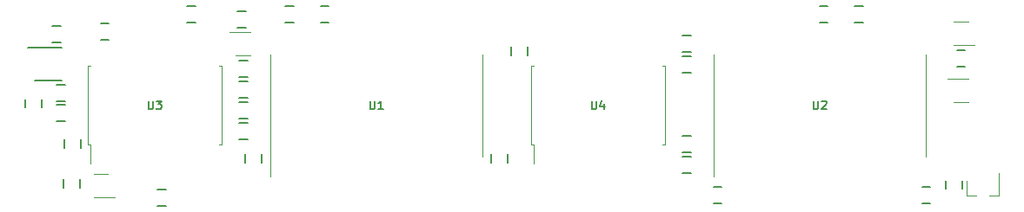
<source format=gto>
G04 #@! TF.GenerationSoftware,KiCad,Pcbnew,(5.1.10-1-10_14)*
G04 #@! TF.CreationDate,2021-07-01T19:14:09-04:00*
G04 #@! TF.ProjectId,MacIIfxRAMSIMM,4d616349-4966-4785-9241-4d53494d4d2e,rev?*
G04 #@! TF.SameCoordinates,Original*
G04 #@! TF.FileFunction,Legend,Top*
G04 #@! TF.FilePolarity,Positive*
%FSLAX46Y46*%
G04 Gerber Fmt 4.6, Leading zero omitted, Abs format (unit mm)*
G04 Created by KiCad (PCBNEW (5.1.10-1-10_14)) date 2021-07-01 19:14:09*
%MOMM*%
%LPD*%
G01*
G04 APERTURE LIST*
%ADD10C,0.127000*%
%ADD11C,0.120000*%
%ADD12C,0.152400*%
%ADD13C,0.203200*%
%ADD14C,0.175000*%
%ADD15C,2.150000*%
%ADD16C,2.000000*%
G04 APERTURE END LIST*
D10*
X74000000Y-108150000D02*
X77300000Y-108150000D01*
X77300000Y-111350000D02*
X74700000Y-111350000D01*
D11*
X161487500Y-113792000D02*
X161487500Y-108774500D01*
X161487500Y-113792000D02*
X161487500Y-118809500D01*
X140772500Y-113792000D02*
X140772500Y-108774500D01*
X140772500Y-113792000D02*
X140772500Y-120732000D01*
X118307500Y-113792000D02*
X118307500Y-108774500D01*
X118307500Y-113792000D02*
X118307500Y-118809500D01*
X97592500Y-113792000D02*
X97592500Y-108774500D01*
X97592500Y-113792000D02*
X97592500Y-120732000D01*
D12*
X154533600Y-104102000D02*
X155346400Y-104102000D01*
X154533600Y-105702000D02*
X155346400Y-105702000D01*
X90322400Y-105638500D02*
X89509600Y-105638500D01*
X90322400Y-104038500D02*
X89509600Y-104038500D01*
X95256400Y-106150000D02*
X94443600Y-106150000D01*
X95256400Y-104550000D02*
X94443600Y-104550000D01*
X99098100Y-104038500D02*
X99910900Y-104038500D01*
X99098100Y-105638500D02*
X99910900Y-105638500D01*
X103339900Y-104038500D02*
X102527100Y-104038500D01*
X103339900Y-105638500D02*
X102527100Y-105638500D01*
X151104600Y-105702000D02*
X151917400Y-105702000D01*
X151104600Y-104102000D02*
X151917400Y-104102000D01*
D11*
X95680000Y-106590000D02*
X93650000Y-106590000D01*
X94270000Y-108910000D02*
X95680000Y-108910000D01*
D12*
X79200000Y-117956400D02*
X79200000Y-117143600D01*
X77600000Y-117956400D02*
X77600000Y-117143600D01*
X75350000Y-113193600D02*
X75350000Y-114006400D01*
X73750000Y-113193600D02*
X73750000Y-114006400D01*
X165000000Y-121143600D02*
X165000000Y-121956400D01*
X163400000Y-121143600D02*
X163400000Y-121956400D01*
X86643600Y-122050000D02*
X87456400Y-122050000D01*
X86643600Y-123650000D02*
X87456400Y-123650000D01*
D11*
X165420000Y-122610000D02*
X166350000Y-122610000D01*
X168580000Y-122610000D02*
X167650000Y-122610000D01*
X168580000Y-122610000D02*
X168580000Y-120450000D01*
X165420000Y-122610000D02*
X165420000Y-121150000D01*
X136050000Y-113792000D02*
X136050000Y-109932000D01*
X136050000Y-109932000D02*
X135815000Y-109932000D01*
X136050000Y-113792000D02*
X136050000Y-117652000D01*
X136050000Y-117652000D02*
X135815000Y-117652000D01*
X123030000Y-113792000D02*
X123030000Y-109932000D01*
X123030000Y-109932000D02*
X123265000Y-109932000D01*
X123030000Y-113792000D02*
X123030000Y-117652000D01*
X123030000Y-117652000D02*
X123265000Y-117652000D01*
X123265000Y-117652000D02*
X123265000Y-119467000D01*
D12*
X164493600Y-110000000D02*
X165306400Y-110000000D01*
X164493600Y-108400000D02*
X165306400Y-108400000D01*
X141605900Y-123355000D02*
X140793100Y-123355000D01*
X141605900Y-121755000D02*
X140793100Y-121755000D01*
X137769600Y-118770500D02*
X138582400Y-118770500D01*
X137769600Y-120370500D02*
X138582400Y-120370500D01*
X137769600Y-118338500D02*
X138582400Y-118338500D01*
X137769600Y-116738500D02*
X138582400Y-116738500D01*
X137769600Y-108559500D02*
X138582400Y-108559500D01*
X137769600Y-106959500D02*
X138582400Y-106959500D01*
X137769600Y-108991500D02*
X138582400Y-108991500D01*
X137769600Y-110591500D02*
X138582400Y-110591500D01*
X94589600Y-110972500D02*
X95402400Y-110972500D01*
X94589600Y-109372500D02*
X95402400Y-109372500D01*
X94589600Y-115036500D02*
X95402400Y-115036500D01*
X94589600Y-113436500D02*
X95402400Y-113436500D01*
X94589600Y-115468500D02*
X95402400Y-115468500D01*
X94589600Y-117068500D02*
X95402400Y-117068500D01*
X94589600Y-113004500D02*
X95402400Y-113004500D01*
X94589600Y-111404500D02*
X95402400Y-111404500D01*
D11*
X164220000Y-113460000D02*
X165630000Y-113460000D01*
X165630000Y-111140000D02*
X163600000Y-111140000D01*
X80420000Y-122810000D02*
X82450000Y-122810000D01*
X81830000Y-120490000D02*
X80420000Y-120490000D01*
X164170000Y-107910000D02*
X166200000Y-107910000D01*
X165580000Y-105590000D02*
X164170000Y-105590000D01*
X80085000Y-117652000D02*
X80085000Y-119467000D01*
X79850000Y-117652000D02*
X80085000Y-117652000D01*
X79850000Y-113792000D02*
X79850000Y-117652000D01*
X79850000Y-109932000D02*
X80085000Y-109932000D01*
X79850000Y-113792000D02*
X79850000Y-109932000D01*
X92870000Y-117652000D02*
X92635000Y-117652000D01*
X92870000Y-113792000D02*
X92870000Y-117652000D01*
X92870000Y-109932000D02*
X92635000Y-109932000D01*
X92870000Y-113792000D02*
X92870000Y-109932000D01*
D12*
X76843600Y-115350000D02*
X77656400Y-115350000D01*
X76843600Y-113750000D02*
X77656400Y-113750000D01*
X96748500Y-119380900D02*
X96748500Y-118568100D01*
X95148500Y-119380900D02*
X95148500Y-118568100D01*
X120751500Y-119380900D02*
X120751500Y-118568100D01*
X119151500Y-119380900D02*
X119151500Y-118568100D01*
X161098600Y-121755000D02*
X161911400Y-121755000D01*
X161098600Y-123355000D02*
X161911400Y-123355000D01*
X81088600Y-107353000D02*
X81901400Y-107353000D01*
X81088600Y-105753000D02*
X81901400Y-105753000D01*
X122656500Y-108864400D02*
X122656500Y-108051600D01*
X121056500Y-108864400D02*
X121056500Y-108051600D01*
X76843600Y-111750000D02*
X77656400Y-111750000D01*
X76843600Y-113350000D02*
X77656400Y-113350000D01*
X77500000Y-121856400D02*
X77500000Y-121043600D01*
X79100000Y-121856400D02*
X79100000Y-121043600D01*
X77206400Y-106000000D02*
X76393600Y-106000000D01*
X77206400Y-107600000D02*
X76393600Y-107600000D01*
D13*
X150510723Y-113346895D02*
X150510723Y-114004876D01*
X150549428Y-114082285D01*
X150588133Y-114120990D01*
X150665542Y-114159695D01*
X150820361Y-114159695D01*
X150897771Y-114120990D01*
X150936476Y-114082285D01*
X150975180Y-114004876D01*
X150975180Y-113346895D01*
X151323523Y-113424304D02*
X151362228Y-113385600D01*
X151439638Y-113346895D01*
X151633161Y-113346895D01*
X151710571Y-113385600D01*
X151749276Y-113424304D01*
X151787980Y-113501714D01*
X151787980Y-113579123D01*
X151749276Y-113695238D01*
X151284819Y-114159695D01*
X151787980Y-114159695D01*
X107330723Y-113346895D02*
X107330723Y-114004876D01*
X107369428Y-114082285D01*
X107408133Y-114120990D01*
X107485542Y-114159695D01*
X107640361Y-114159695D01*
X107717771Y-114120990D01*
X107756476Y-114082285D01*
X107795180Y-114004876D01*
X107795180Y-113346895D01*
X108607980Y-114159695D02*
X108143523Y-114159695D01*
X108375752Y-114159695D02*
X108375752Y-113346895D01*
X108298342Y-113463009D01*
X108220933Y-113540419D01*
X108143523Y-113579123D01*
X128920723Y-113346895D02*
X128920723Y-114004876D01*
X128959428Y-114082285D01*
X128998133Y-114120990D01*
X129075542Y-114159695D01*
X129230361Y-114159695D01*
X129307771Y-114120990D01*
X129346476Y-114082285D01*
X129385180Y-114004876D01*
X129385180Y-113346895D01*
X130120571Y-113617828D02*
X130120571Y-114159695D01*
X129927047Y-113308190D02*
X129733523Y-113888761D01*
X130236685Y-113888761D01*
X85740723Y-113346895D02*
X85740723Y-114004876D01*
X85779428Y-114082285D01*
X85818133Y-114120990D01*
X85895542Y-114159695D01*
X86050361Y-114159695D01*
X86127771Y-114120990D01*
X86166476Y-114082285D01*
X86205180Y-114004876D01*
X86205180Y-113346895D01*
X86514819Y-113346895D02*
X87017980Y-113346895D01*
X86747047Y-113656533D01*
X86863161Y-113656533D01*
X86940571Y-113695238D01*
X86979276Y-113733942D01*
X87017980Y-113811352D01*
X87017980Y-114004876D01*
X86979276Y-114082285D01*
X86940571Y-114120990D01*
X86863161Y-114159695D01*
X86630933Y-114159695D01*
X86553523Y-114120990D01*
X86514819Y-114082285D01*
%LPC*%
D14*
G36*
X163195000Y-127635000D02*
G01*
X123825000Y-127635000D01*
X123317000Y-125031500D01*
X163703000Y-125031500D01*
X163195000Y-127635000D01*
G37*
X163195000Y-127635000D02*
X123825000Y-127635000D01*
X123317000Y-125031500D01*
X163703000Y-125031500D01*
X163195000Y-127635000D01*
G36*
X117475000Y-127635000D02*
G01*
X78105000Y-127635000D01*
X77597000Y-125031500D01*
X117983000Y-125031500D01*
X117475000Y-127635000D01*
G37*
X117475000Y-127635000D02*
X78105000Y-127635000D01*
X77597000Y-125031500D01*
X117983000Y-125031500D01*
X117475000Y-127635000D01*
G36*
G01*
X77038700Y-108868150D02*
X77038700Y-108531850D01*
G75*
G02*
X77206850Y-108363700I168150J0D01*
G01*
X78093150Y-108363700D01*
G75*
G02*
X78261300Y-108531850I0J-168150D01*
G01*
X78261300Y-108868150D01*
G75*
G02*
X78093150Y-109036300I-168150J0D01*
G01*
X77206850Y-109036300D01*
G75*
G02*
X77038700Y-108868150I0J168150D01*
G01*
G37*
G36*
G01*
X77038700Y-109555650D02*
X77038700Y-109294350D01*
G75*
G02*
X77169350Y-109163700I130650J0D01*
G01*
X78130650Y-109163700D01*
G75*
G02*
X78261300Y-109294350I0J-130650D01*
G01*
X78261300Y-109555650D01*
G75*
G02*
X78130650Y-109686300I-130650J0D01*
G01*
X77169350Y-109686300D01*
G75*
G02*
X77038700Y-109555650I0J130650D01*
G01*
G37*
G36*
G01*
X77038700Y-110205650D02*
X77038700Y-109944350D01*
G75*
G02*
X77169350Y-109813700I130650J0D01*
G01*
X78130650Y-109813700D01*
G75*
G02*
X78261300Y-109944350I0J-130650D01*
G01*
X78261300Y-110205650D01*
G75*
G02*
X78130650Y-110336300I-130650J0D01*
G01*
X77169350Y-110336300D01*
G75*
G02*
X77038700Y-110205650I0J130650D01*
G01*
G37*
G36*
G01*
X77038700Y-110968150D02*
X77038700Y-110631850D01*
G75*
G02*
X77206850Y-110463700I168150J0D01*
G01*
X78093150Y-110463700D01*
G75*
G02*
X78261300Y-110631850I0J-168150D01*
G01*
X78261300Y-110968150D01*
G75*
G02*
X78093150Y-111136300I-168150J0D01*
G01*
X77206850Y-111136300D01*
G75*
G02*
X77038700Y-110968150I0J168150D01*
G01*
G37*
G36*
G01*
X73738700Y-110968150D02*
X73738700Y-110631850D01*
G75*
G02*
X73906850Y-110463700I168150J0D01*
G01*
X74793150Y-110463700D01*
G75*
G02*
X74961300Y-110631850I0J-168150D01*
G01*
X74961300Y-110968150D01*
G75*
G02*
X74793150Y-111136300I-168150J0D01*
G01*
X73906850Y-111136300D01*
G75*
G02*
X73738700Y-110968150I0J168150D01*
G01*
G37*
G36*
G01*
X73738700Y-110193150D02*
X73738700Y-109956850D01*
G75*
G02*
X73856850Y-109838700I118150J0D01*
G01*
X74843150Y-109838700D01*
G75*
G02*
X74961300Y-109956850I0J-118150D01*
G01*
X74961300Y-110193150D01*
G75*
G02*
X74843150Y-110311300I-118150J0D01*
G01*
X73856850Y-110311300D01*
G75*
G02*
X73738700Y-110193150I0J118150D01*
G01*
G37*
G36*
G01*
X73738700Y-109543150D02*
X73738700Y-109306850D01*
G75*
G02*
X73856850Y-109188700I118150J0D01*
G01*
X74843150Y-109188700D01*
G75*
G02*
X74961300Y-109306850I0J-118150D01*
G01*
X74961300Y-109543150D01*
G75*
G02*
X74843150Y-109661300I-118150J0D01*
G01*
X73856850Y-109661300D01*
G75*
G02*
X73738700Y-109543150I0J118150D01*
G01*
G37*
G36*
G01*
X73738700Y-108868150D02*
X73738700Y-108531850D01*
G75*
G02*
X73906850Y-108363700I168150J0D01*
G01*
X74793150Y-108363700D01*
G75*
G02*
X74961300Y-108531850I0J-168150D01*
G01*
X74961300Y-108868150D01*
G75*
G02*
X74793150Y-109036300I-168150J0D01*
G01*
X73906850Y-109036300D01*
G75*
G02*
X73738700Y-108868150I0J168150D01*
G01*
G37*
G36*
G01*
X141780000Y-108825500D02*
X141430000Y-108825500D01*
G75*
G02*
X141255000Y-108650500I0J175000D01*
G01*
X141255000Y-106995500D01*
G75*
G02*
X141430000Y-106820500I175000J0D01*
G01*
X141780000Y-106820500D01*
G75*
G02*
X141955000Y-106995500I0J-175000D01*
G01*
X141955000Y-108650500D01*
G75*
G02*
X141780000Y-108825500I-175000J0D01*
G01*
G37*
G36*
G01*
X143050000Y-108825500D02*
X142700000Y-108825500D01*
G75*
G02*
X142525000Y-108650500I0J175000D01*
G01*
X142525000Y-106995500D01*
G75*
G02*
X142700000Y-106820500I175000J0D01*
G01*
X143050000Y-106820500D01*
G75*
G02*
X143225000Y-106995500I0J-175000D01*
G01*
X143225000Y-108650500D01*
G75*
G02*
X143050000Y-108825500I-175000J0D01*
G01*
G37*
G36*
G01*
X144320000Y-108825500D02*
X143970000Y-108825500D01*
G75*
G02*
X143795000Y-108650500I0J175000D01*
G01*
X143795000Y-106995500D01*
G75*
G02*
X143970000Y-106820500I175000J0D01*
G01*
X144320000Y-106820500D01*
G75*
G02*
X144495000Y-106995500I0J-175000D01*
G01*
X144495000Y-108650500D01*
G75*
G02*
X144320000Y-108825500I-175000J0D01*
G01*
G37*
G36*
G01*
X145590000Y-108825500D02*
X145240000Y-108825500D01*
G75*
G02*
X145065000Y-108650500I0J175000D01*
G01*
X145065000Y-106995500D01*
G75*
G02*
X145240000Y-106820500I175000J0D01*
G01*
X145590000Y-106820500D01*
G75*
G02*
X145765000Y-106995500I0J-175000D01*
G01*
X145765000Y-108650500D01*
G75*
G02*
X145590000Y-108825500I-175000J0D01*
G01*
G37*
G36*
G01*
X146860000Y-108825500D02*
X146510000Y-108825500D01*
G75*
G02*
X146335000Y-108650500I0J175000D01*
G01*
X146335000Y-106995500D01*
G75*
G02*
X146510000Y-106820500I175000J0D01*
G01*
X146860000Y-106820500D01*
G75*
G02*
X147035000Y-106995500I0J-175000D01*
G01*
X147035000Y-108650500D01*
G75*
G02*
X146860000Y-108825500I-175000J0D01*
G01*
G37*
G36*
G01*
X148130000Y-108825500D02*
X147780000Y-108825500D01*
G75*
G02*
X147605000Y-108650500I0J175000D01*
G01*
X147605000Y-106995500D01*
G75*
G02*
X147780000Y-106820500I175000J0D01*
G01*
X148130000Y-106820500D01*
G75*
G02*
X148305000Y-106995500I0J-175000D01*
G01*
X148305000Y-108650500D01*
G75*
G02*
X148130000Y-108825500I-175000J0D01*
G01*
G37*
G36*
G01*
X149400000Y-108825500D02*
X149050000Y-108825500D01*
G75*
G02*
X148875000Y-108650500I0J175000D01*
G01*
X148875000Y-106995500D01*
G75*
G02*
X149050000Y-106820500I175000J0D01*
G01*
X149400000Y-106820500D01*
G75*
G02*
X149575000Y-106995500I0J-175000D01*
G01*
X149575000Y-108650500D01*
G75*
G02*
X149400000Y-108825500I-175000J0D01*
G01*
G37*
G36*
G01*
X150670000Y-108825500D02*
X150320000Y-108825500D01*
G75*
G02*
X150145000Y-108650500I0J175000D01*
G01*
X150145000Y-106995500D01*
G75*
G02*
X150320000Y-106820500I175000J0D01*
G01*
X150670000Y-106820500D01*
G75*
G02*
X150845000Y-106995500I0J-175000D01*
G01*
X150845000Y-108650500D01*
G75*
G02*
X150670000Y-108825500I-175000J0D01*
G01*
G37*
G36*
G01*
X151940000Y-108825500D02*
X151590000Y-108825500D01*
G75*
G02*
X151415000Y-108650500I0J175000D01*
G01*
X151415000Y-106995500D01*
G75*
G02*
X151590000Y-106820500I175000J0D01*
G01*
X151940000Y-106820500D01*
G75*
G02*
X152115000Y-106995500I0J-175000D01*
G01*
X152115000Y-108650500D01*
G75*
G02*
X151940000Y-108825500I-175000J0D01*
G01*
G37*
G36*
G01*
X153210000Y-108825500D02*
X152860000Y-108825500D01*
G75*
G02*
X152685000Y-108650500I0J175000D01*
G01*
X152685000Y-106995500D01*
G75*
G02*
X152860000Y-106820500I175000J0D01*
G01*
X153210000Y-106820500D01*
G75*
G02*
X153385000Y-106995500I0J-175000D01*
G01*
X153385000Y-108650500D01*
G75*
G02*
X153210000Y-108825500I-175000J0D01*
G01*
G37*
G36*
G01*
X154480000Y-108825500D02*
X154130000Y-108825500D01*
G75*
G02*
X153955000Y-108650500I0J175000D01*
G01*
X153955000Y-106995500D01*
G75*
G02*
X154130000Y-106820500I175000J0D01*
G01*
X154480000Y-106820500D01*
G75*
G02*
X154655000Y-106995500I0J-175000D01*
G01*
X154655000Y-108650500D01*
G75*
G02*
X154480000Y-108825500I-175000J0D01*
G01*
G37*
G36*
G01*
X155750000Y-108825500D02*
X155400000Y-108825500D01*
G75*
G02*
X155225000Y-108650500I0J175000D01*
G01*
X155225000Y-106995500D01*
G75*
G02*
X155400000Y-106820500I175000J0D01*
G01*
X155750000Y-106820500D01*
G75*
G02*
X155925000Y-106995500I0J-175000D01*
G01*
X155925000Y-108650500D01*
G75*
G02*
X155750000Y-108825500I-175000J0D01*
G01*
G37*
G36*
G01*
X157020000Y-108825500D02*
X156670000Y-108825500D01*
G75*
G02*
X156495000Y-108650500I0J175000D01*
G01*
X156495000Y-106995500D01*
G75*
G02*
X156670000Y-106820500I175000J0D01*
G01*
X157020000Y-106820500D01*
G75*
G02*
X157195000Y-106995500I0J-175000D01*
G01*
X157195000Y-108650500D01*
G75*
G02*
X157020000Y-108825500I-175000J0D01*
G01*
G37*
G36*
G01*
X158290000Y-108825500D02*
X157940000Y-108825500D01*
G75*
G02*
X157765000Y-108650500I0J175000D01*
G01*
X157765000Y-106995500D01*
G75*
G02*
X157940000Y-106820500I175000J0D01*
G01*
X158290000Y-106820500D01*
G75*
G02*
X158465000Y-106995500I0J-175000D01*
G01*
X158465000Y-108650500D01*
G75*
G02*
X158290000Y-108825500I-175000J0D01*
G01*
G37*
G36*
G01*
X159560000Y-108825500D02*
X159210000Y-108825500D01*
G75*
G02*
X159035000Y-108650500I0J175000D01*
G01*
X159035000Y-106995500D01*
G75*
G02*
X159210000Y-106820500I175000J0D01*
G01*
X159560000Y-106820500D01*
G75*
G02*
X159735000Y-106995500I0J-175000D01*
G01*
X159735000Y-108650500D01*
G75*
G02*
X159560000Y-108825500I-175000J0D01*
G01*
G37*
G36*
G01*
X160830000Y-108825500D02*
X160480000Y-108825500D01*
G75*
G02*
X160305000Y-108650500I0J175000D01*
G01*
X160305000Y-106995500D01*
G75*
G02*
X160480000Y-106820500I175000J0D01*
G01*
X160830000Y-106820500D01*
G75*
G02*
X161005000Y-106995500I0J-175000D01*
G01*
X161005000Y-108650500D01*
G75*
G02*
X160830000Y-108825500I-175000J0D01*
G01*
G37*
G36*
G01*
X160830000Y-120763500D02*
X160480000Y-120763500D01*
G75*
G02*
X160305000Y-120588500I0J175000D01*
G01*
X160305000Y-118933500D01*
G75*
G02*
X160480000Y-118758500I175000J0D01*
G01*
X160830000Y-118758500D01*
G75*
G02*
X161005000Y-118933500I0J-175000D01*
G01*
X161005000Y-120588500D01*
G75*
G02*
X160830000Y-120763500I-175000J0D01*
G01*
G37*
G36*
G01*
X159560000Y-120763500D02*
X159210000Y-120763500D01*
G75*
G02*
X159035000Y-120588500I0J175000D01*
G01*
X159035000Y-118933500D01*
G75*
G02*
X159210000Y-118758500I175000J0D01*
G01*
X159560000Y-118758500D01*
G75*
G02*
X159735000Y-118933500I0J-175000D01*
G01*
X159735000Y-120588500D01*
G75*
G02*
X159560000Y-120763500I-175000J0D01*
G01*
G37*
G36*
G01*
X158290000Y-120763500D02*
X157940000Y-120763500D01*
G75*
G02*
X157765000Y-120588500I0J175000D01*
G01*
X157765000Y-118933500D01*
G75*
G02*
X157940000Y-118758500I175000J0D01*
G01*
X158290000Y-118758500D01*
G75*
G02*
X158465000Y-118933500I0J-175000D01*
G01*
X158465000Y-120588500D01*
G75*
G02*
X158290000Y-120763500I-175000J0D01*
G01*
G37*
G36*
G01*
X157020000Y-120763500D02*
X156670000Y-120763500D01*
G75*
G02*
X156495000Y-120588500I0J175000D01*
G01*
X156495000Y-118933500D01*
G75*
G02*
X156670000Y-118758500I175000J0D01*
G01*
X157020000Y-118758500D01*
G75*
G02*
X157195000Y-118933500I0J-175000D01*
G01*
X157195000Y-120588500D01*
G75*
G02*
X157020000Y-120763500I-175000J0D01*
G01*
G37*
G36*
G01*
X155750000Y-120763500D02*
X155400000Y-120763500D01*
G75*
G02*
X155225000Y-120588500I0J175000D01*
G01*
X155225000Y-118933500D01*
G75*
G02*
X155400000Y-118758500I175000J0D01*
G01*
X155750000Y-118758500D01*
G75*
G02*
X155925000Y-118933500I0J-175000D01*
G01*
X155925000Y-120588500D01*
G75*
G02*
X155750000Y-120763500I-175000J0D01*
G01*
G37*
G36*
G01*
X154480000Y-120763500D02*
X154130000Y-120763500D01*
G75*
G02*
X153955000Y-120588500I0J175000D01*
G01*
X153955000Y-118933500D01*
G75*
G02*
X154130000Y-118758500I175000J0D01*
G01*
X154480000Y-118758500D01*
G75*
G02*
X154655000Y-118933500I0J-175000D01*
G01*
X154655000Y-120588500D01*
G75*
G02*
X154480000Y-120763500I-175000J0D01*
G01*
G37*
G36*
G01*
X153210000Y-120763500D02*
X152860000Y-120763500D01*
G75*
G02*
X152685000Y-120588500I0J175000D01*
G01*
X152685000Y-118933500D01*
G75*
G02*
X152860000Y-118758500I175000J0D01*
G01*
X153210000Y-118758500D01*
G75*
G02*
X153385000Y-118933500I0J-175000D01*
G01*
X153385000Y-120588500D01*
G75*
G02*
X153210000Y-120763500I-175000J0D01*
G01*
G37*
G36*
G01*
X151940000Y-120763500D02*
X151590000Y-120763500D01*
G75*
G02*
X151415000Y-120588500I0J175000D01*
G01*
X151415000Y-118933500D01*
G75*
G02*
X151590000Y-118758500I175000J0D01*
G01*
X151940000Y-118758500D01*
G75*
G02*
X152115000Y-118933500I0J-175000D01*
G01*
X152115000Y-120588500D01*
G75*
G02*
X151940000Y-120763500I-175000J0D01*
G01*
G37*
G36*
G01*
X150670000Y-120763500D02*
X150320000Y-120763500D01*
G75*
G02*
X150145000Y-120588500I0J175000D01*
G01*
X150145000Y-118933500D01*
G75*
G02*
X150320000Y-118758500I175000J0D01*
G01*
X150670000Y-118758500D01*
G75*
G02*
X150845000Y-118933500I0J-175000D01*
G01*
X150845000Y-120588500D01*
G75*
G02*
X150670000Y-120763500I-175000J0D01*
G01*
G37*
G36*
G01*
X149400000Y-120763500D02*
X149050000Y-120763500D01*
G75*
G02*
X148875000Y-120588500I0J175000D01*
G01*
X148875000Y-118933500D01*
G75*
G02*
X149050000Y-118758500I175000J0D01*
G01*
X149400000Y-118758500D01*
G75*
G02*
X149575000Y-118933500I0J-175000D01*
G01*
X149575000Y-120588500D01*
G75*
G02*
X149400000Y-120763500I-175000J0D01*
G01*
G37*
G36*
G01*
X148130000Y-120763500D02*
X147780000Y-120763500D01*
G75*
G02*
X147605000Y-120588500I0J175000D01*
G01*
X147605000Y-118933500D01*
G75*
G02*
X147780000Y-118758500I175000J0D01*
G01*
X148130000Y-118758500D01*
G75*
G02*
X148305000Y-118933500I0J-175000D01*
G01*
X148305000Y-120588500D01*
G75*
G02*
X148130000Y-120763500I-175000J0D01*
G01*
G37*
G36*
G01*
X146860000Y-120763500D02*
X146510000Y-120763500D01*
G75*
G02*
X146335000Y-120588500I0J175000D01*
G01*
X146335000Y-118933500D01*
G75*
G02*
X146510000Y-118758500I175000J0D01*
G01*
X146860000Y-118758500D01*
G75*
G02*
X147035000Y-118933500I0J-175000D01*
G01*
X147035000Y-120588500D01*
G75*
G02*
X146860000Y-120763500I-175000J0D01*
G01*
G37*
G36*
G01*
X145590000Y-120763500D02*
X145240000Y-120763500D01*
G75*
G02*
X145065000Y-120588500I0J175000D01*
G01*
X145065000Y-118933500D01*
G75*
G02*
X145240000Y-118758500I175000J0D01*
G01*
X145590000Y-118758500D01*
G75*
G02*
X145765000Y-118933500I0J-175000D01*
G01*
X145765000Y-120588500D01*
G75*
G02*
X145590000Y-120763500I-175000J0D01*
G01*
G37*
G36*
G01*
X144320000Y-120763500D02*
X143970000Y-120763500D01*
G75*
G02*
X143795000Y-120588500I0J175000D01*
G01*
X143795000Y-118933500D01*
G75*
G02*
X143970000Y-118758500I175000J0D01*
G01*
X144320000Y-118758500D01*
G75*
G02*
X144495000Y-118933500I0J-175000D01*
G01*
X144495000Y-120588500D01*
G75*
G02*
X144320000Y-120763500I-175000J0D01*
G01*
G37*
G36*
G01*
X143050000Y-120763500D02*
X142700000Y-120763500D01*
G75*
G02*
X142525000Y-120588500I0J175000D01*
G01*
X142525000Y-118933500D01*
G75*
G02*
X142700000Y-118758500I175000J0D01*
G01*
X143050000Y-118758500D01*
G75*
G02*
X143225000Y-118933500I0J-175000D01*
G01*
X143225000Y-120588500D01*
G75*
G02*
X143050000Y-120763500I-175000J0D01*
G01*
G37*
G36*
G01*
X141780000Y-120763500D02*
X141430000Y-120763500D01*
G75*
G02*
X141255000Y-120588500I0J175000D01*
G01*
X141255000Y-118933500D01*
G75*
G02*
X141430000Y-118758500I175000J0D01*
G01*
X141780000Y-118758500D01*
G75*
G02*
X141955000Y-118933500I0J-175000D01*
G01*
X141955000Y-120588500D01*
G75*
G02*
X141780000Y-120763500I-175000J0D01*
G01*
G37*
G36*
G01*
X98600000Y-108825500D02*
X98250000Y-108825500D01*
G75*
G02*
X98075000Y-108650500I0J175000D01*
G01*
X98075000Y-106995500D01*
G75*
G02*
X98250000Y-106820500I175000J0D01*
G01*
X98600000Y-106820500D01*
G75*
G02*
X98775000Y-106995500I0J-175000D01*
G01*
X98775000Y-108650500D01*
G75*
G02*
X98600000Y-108825500I-175000J0D01*
G01*
G37*
G36*
G01*
X99870000Y-108825500D02*
X99520000Y-108825500D01*
G75*
G02*
X99345000Y-108650500I0J175000D01*
G01*
X99345000Y-106995500D01*
G75*
G02*
X99520000Y-106820500I175000J0D01*
G01*
X99870000Y-106820500D01*
G75*
G02*
X100045000Y-106995500I0J-175000D01*
G01*
X100045000Y-108650500D01*
G75*
G02*
X99870000Y-108825500I-175000J0D01*
G01*
G37*
G36*
G01*
X101140000Y-108825500D02*
X100790000Y-108825500D01*
G75*
G02*
X100615000Y-108650500I0J175000D01*
G01*
X100615000Y-106995500D01*
G75*
G02*
X100790000Y-106820500I175000J0D01*
G01*
X101140000Y-106820500D01*
G75*
G02*
X101315000Y-106995500I0J-175000D01*
G01*
X101315000Y-108650500D01*
G75*
G02*
X101140000Y-108825500I-175000J0D01*
G01*
G37*
G36*
G01*
X102410000Y-108825500D02*
X102060000Y-108825500D01*
G75*
G02*
X101885000Y-108650500I0J175000D01*
G01*
X101885000Y-106995500D01*
G75*
G02*
X102060000Y-106820500I175000J0D01*
G01*
X102410000Y-106820500D01*
G75*
G02*
X102585000Y-106995500I0J-175000D01*
G01*
X102585000Y-108650500D01*
G75*
G02*
X102410000Y-108825500I-175000J0D01*
G01*
G37*
G36*
G01*
X103680000Y-108825500D02*
X103330000Y-108825500D01*
G75*
G02*
X103155000Y-108650500I0J175000D01*
G01*
X103155000Y-106995500D01*
G75*
G02*
X103330000Y-106820500I175000J0D01*
G01*
X103680000Y-106820500D01*
G75*
G02*
X103855000Y-106995500I0J-175000D01*
G01*
X103855000Y-108650500D01*
G75*
G02*
X103680000Y-108825500I-175000J0D01*
G01*
G37*
G36*
G01*
X104950000Y-108825500D02*
X104600000Y-108825500D01*
G75*
G02*
X104425000Y-108650500I0J175000D01*
G01*
X104425000Y-106995500D01*
G75*
G02*
X104600000Y-106820500I175000J0D01*
G01*
X104950000Y-106820500D01*
G75*
G02*
X105125000Y-106995500I0J-175000D01*
G01*
X105125000Y-108650500D01*
G75*
G02*
X104950000Y-108825500I-175000J0D01*
G01*
G37*
G36*
G01*
X106220000Y-108825500D02*
X105870000Y-108825500D01*
G75*
G02*
X105695000Y-108650500I0J175000D01*
G01*
X105695000Y-106995500D01*
G75*
G02*
X105870000Y-106820500I175000J0D01*
G01*
X106220000Y-106820500D01*
G75*
G02*
X106395000Y-106995500I0J-175000D01*
G01*
X106395000Y-108650500D01*
G75*
G02*
X106220000Y-108825500I-175000J0D01*
G01*
G37*
G36*
G01*
X107490000Y-108825500D02*
X107140000Y-108825500D01*
G75*
G02*
X106965000Y-108650500I0J175000D01*
G01*
X106965000Y-106995500D01*
G75*
G02*
X107140000Y-106820500I175000J0D01*
G01*
X107490000Y-106820500D01*
G75*
G02*
X107665000Y-106995500I0J-175000D01*
G01*
X107665000Y-108650500D01*
G75*
G02*
X107490000Y-108825500I-175000J0D01*
G01*
G37*
G36*
G01*
X108760000Y-108825500D02*
X108410000Y-108825500D01*
G75*
G02*
X108235000Y-108650500I0J175000D01*
G01*
X108235000Y-106995500D01*
G75*
G02*
X108410000Y-106820500I175000J0D01*
G01*
X108760000Y-106820500D01*
G75*
G02*
X108935000Y-106995500I0J-175000D01*
G01*
X108935000Y-108650500D01*
G75*
G02*
X108760000Y-108825500I-175000J0D01*
G01*
G37*
G36*
G01*
X110030000Y-108825500D02*
X109680000Y-108825500D01*
G75*
G02*
X109505000Y-108650500I0J175000D01*
G01*
X109505000Y-106995500D01*
G75*
G02*
X109680000Y-106820500I175000J0D01*
G01*
X110030000Y-106820500D01*
G75*
G02*
X110205000Y-106995500I0J-175000D01*
G01*
X110205000Y-108650500D01*
G75*
G02*
X110030000Y-108825500I-175000J0D01*
G01*
G37*
G36*
G01*
X111300000Y-108825500D02*
X110950000Y-108825500D01*
G75*
G02*
X110775000Y-108650500I0J175000D01*
G01*
X110775000Y-106995500D01*
G75*
G02*
X110950000Y-106820500I175000J0D01*
G01*
X111300000Y-106820500D01*
G75*
G02*
X111475000Y-106995500I0J-175000D01*
G01*
X111475000Y-108650500D01*
G75*
G02*
X111300000Y-108825500I-175000J0D01*
G01*
G37*
G36*
G01*
X112570000Y-108825500D02*
X112220000Y-108825500D01*
G75*
G02*
X112045000Y-108650500I0J175000D01*
G01*
X112045000Y-106995500D01*
G75*
G02*
X112220000Y-106820500I175000J0D01*
G01*
X112570000Y-106820500D01*
G75*
G02*
X112745000Y-106995500I0J-175000D01*
G01*
X112745000Y-108650500D01*
G75*
G02*
X112570000Y-108825500I-175000J0D01*
G01*
G37*
G36*
G01*
X113840000Y-108825500D02*
X113490000Y-108825500D01*
G75*
G02*
X113315000Y-108650500I0J175000D01*
G01*
X113315000Y-106995500D01*
G75*
G02*
X113490000Y-106820500I175000J0D01*
G01*
X113840000Y-106820500D01*
G75*
G02*
X114015000Y-106995500I0J-175000D01*
G01*
X114015000Y-108650500D01*
G75*
G02*
X113840000Y-108825500I-175000J0D01*
G01*
G37*
G36*
G01*
X115110000Y-108825500D02*
X114760000Y-108825500D01*
G75*
G02*
X114585000Y-108650500I0J175000D01*
G01*
X114585000Y-106995500D01*
G75*
G02*
X114760000Y-106820500I175000J0D01*
G01*
X115110000Y-106820500D01*
G75*
G02*
X115285000Y-106995500I0J-175000D01*
G01*
X115285000Y-108650500D01*
G75*
G02*
X115110000Y-108825500I-175000J0D01*
G01*
G37*
G36*
G01*
X116380000Y-108825500D02*
X116030000Y-108825500D01*
G75*
G02*
X115855000Y-108650500I0J175000D01*
G01*
X115855000Y-106995500D01*
G75*
G02*
X116030000Y-106820500I175000J0D01*
G01*
X116380000Y-106820500D01*
G75*
G02*
X116555000Y-106995500I0J-175000D01*
G01*
X116555000Y-108650500D01*
G75*
G02*
X116380000Y-108825500I-175000J0D01*
G01*
G37*
G36*
G01*
X117650000Y-108825500D02*
X117300000Y-108825500D01*
G75*
G02*
X117125000Y-108650500I0J175000D01*
G01*
X117125000Y-106995500D01*
G75*
G02*
X117300000Y-106820500I175000J0D01*
G01*
X117650000Y-106820500D01*
G75*
G02*
X117825000Y-106995500I0J-175000D01*
G01*
X117825000Y-108650500D01*
G75*
G02*
X117650000Y-108825500I-175000J0D01*
G01*
G37*
G36*
G01*
X117650000Y-120763500D02*
X117300000Y-120763500D01*
G75*
G02*
X117125000Y-120588500I0J175000D01*
G01*
X117125000Y-118933500D01*
G75*
G02*
X117300000Y-118758500I175000J0D01*
G01*
X117650000Y-118758500D01*
G75*
G02*
X117825000Y-118933500I0J-175000D01*
G01*
X117825000Y-120588500D01*
G75*
G02*
X117650000Y-120763500I-175000J0D01*
G01*
G37*
G36*
G01*
X116380000Y-120763500D02*
X116030000Y-120763500D01*
G75*
G02*
X115855000Y-120588500I0J175000D01*
G01*
X115855000Y-118933500D01*
G75*
G02*
X116030000Y-118758500I175000J0D01*
G01*
X116380000Y-118758500D01*
G75*
G02*
X116555000Y-118933500I0J-175000D01*
G01*
X116555000Y-120588500D01*
G75*
G02*
X116380000Y-120763500I-175000J0D01*
G01*
G37*
G36*
G01*
X115110000Y-120763500D02*
X114760000Y-120763500D01*
G75*
G02*
X114585000Y-120588500I0J175000D01*
G01*
X114585000Y-118933500D01*
G75*
G02*
X114760000Y-118758500I175000J0D01*
G01*
X115110000Y-118758500D01*
G75*
G02*
X115285000Y-118933500I0J-175000D01*
G01*
X115285000Y-120588500D01*
G75*
G02*
X115110000Y-120763500I-175000J0D01*
G01*
G37*
G36*
G01*
X113840000Y-120763500D02*
X113490000Y-120763500D01*
G75*
G02*
X113315000Y-120588500I0J175000D01*
G01*
X113315000Y-118933500D01*
G75*
G02*
X113490000Y-118758500I175000J0D01*
G01*
X113840000Y-118758500D01*
G75*
G02*
X114015000Y-118933500I0J-175000D01*
G01*
X114015000Y-120588500D01*
G75*
G02*
X113840000Y-120763500I-175000J0D01*
G01*
G37*
G36*
G01*
X112570000Y-120763500D02*
X112220000Y-120763500D01*
G75*
G02*
X112045000Y-120588500I0J175000D01*
G01*
X112045000Y-118933500D01*
G75*
G02*
X112220000Y-118758500I175000J0D01*
G01*
X112570000Y-118758500D01*
G75*
G02*
X112745000Y-118933500I0J-175000D01*
G01*
X112745000Y-120588500D01*
G75*
G02*
X112570000Y-120763500I-175000J0D01*
G01*
G37*
G36*
G01*
X111300000Y-120763500D02*
X110950000Y-120763500D01*
G75*
G02*
X110775000Y-120588500I0J175000D01*
G01*
X110775000Y-118933500D01*
G75*
G02*
X110950000Y-118758500I175000J0D01*
G01*
X111300000Y-118758500D01*
G75*
G02*
X111475000Y-118933500I0J-175000D01*
G01*
X111475000Y-120588500D01*
G75*
G02*
X111300000Y-120763500I-175000J0D01*
G01*
G37*
G36*
G01*
X110030000Y-120763500D02*
X109680000Y-120763500D01*
G75*
G02*
X109505000Y-120588500I0J175000D01*
G01*
X109505000Y-118933500D01*
G75*
G02*
X109680000Y-118758500I175000J0D01*
G01*
X110030000Y-118758500D01*
G75*
G02*
X110205000Y-118933500I0J-175000D01*
G01*
X110205000Y-120588500D01*
G75*
G02*
X110030000Y-120763500I-175000J0D01*
G01*
G37*
G36*
G01*
X108760000Y-120763500D02*
X108410000Y-120763500D01*
G75*
G02*
X108235000Y-120588500I0J175000D01*
G01*
X108235000Y-118933500D01*
G75*
G02*
X108410000Y-118758500I175000J0D01*
G01*
X108760000Y-118758500D01*
G75*
G02*
X108935000Y-118933500I0J-175000D01*
G01*
X108935000Y-120588500D01*
G75*
G02*
X108760000Y-120763500I-175000J0D01*
G01*
G37*
G36*
G01*
X107490000Y-120763500D02*
X107140000Y-120763500D01*
G75*
G02*
X106965000Y-120588500I0J175000D01*
G01*
X106965000Y-118933500D01*
G75*
G02*
X107140000Y-118758500I175000J0D01*
G01*
X107490000Y-118758500D01*
G75*
G02*
X107665000Y-118933500I0J-175000D01*
G01*
X107665000Y-120588500D01*
G75*
G02*
X107490000Y-120763500I-175000J0D01*
G01*
G37*
G36*
G01*
X106220000Y-120763500D02*
X105870000Y-120763500D01*
G75*
G02*
X105695000Y-120588500I0J175000D01*
G01*
X105695000Y-118933500D01*
G75*
G02*
X105870000Y-118758500I175000J0D01*
G01*
X106220000Y-118758500D01*
G75*
G02*
X106395000Y-118933500I0J-175000D01*
G01*
X106395000Y-120588500D01*
G75*
G02*
X106220000Y-120763500I-175000J0D01*
G01*
G37*
G36*
G01*
X104950000Y-120763500D02*
X104600000Y-120763500D01*
G75*
G02*
X104425000Y-120588500I0J175000D01*
G01*
X104425000Y-118933500D01*
G75*
G02*
X104600000Y-118758500I175000J0D01*
G01*
X104950000Y-118758500D01*
G75*
G02*
X105125000Y-118933500I0J-175000D01*
G01*
X105125000Y-120588500D01*
G75*
G02*
X104950000Y-120763500I-175000J0D01*
G01*
G37*
G36*
G01*
X103680000Y-120763500D02*
X103330000Y-120763500D01*
G75*
G02*
X103155000Y-120588500I0J175000D01*
G01*
X103155000Y-118933500D01*
G75*
G02*
X103330000Y-118758500I175000J0D01*
G01*
X103680000Y-118758500D01*
G75*
G02*
X103855000Y-118933500I0J-175000D01*
G01*
X103855000Y-120588500D01*
G75*
G02*
X103680000Y-120763500I-175000J0D01*
G01*
G37*
G36*
G01*
X102410000Y-120763500D02*
X102060000Y-120763500D01*
G75*
G02*
X101885000Y-120588500I0J175000D01*
G01*
X101885000Y-118933500D01*
G75*
G02*
X102060000Y-118758500I175000J0D01*
G01*
X102410000Y-118758500D01*
G75*
G02*
X102585000Y-118933500I0J-175000D01*
G01*
X102585000Y-120588500D01*
G75*
G02*
X102410000Y-120763500I-175000J0D01*
G01*
G37*
G36*
G01*
X101140000Y-120763500D02*
X100790000Y-120763500D01*
G75*
G02*
X100615000Y-120588500I0J175000D01*
G01*
X100615000Y-118933500D01*
G75*
G02*
X100790000Y-118758500I175000J0D01*
G01*
X101140000Y-118758500D01*
G75*
G02*
X101315000Y-118933500I0J-175000D01*
G01*
X101315000Y-120588500D01*
G75*
G02*
X101140000Y-120763500I-175000J0D01*
G01*
G37*
G36*
G01*
X99870000Y-120763500D02*
X99520000Y-120763500D01*
G75*
G02*
X99345000Y-120588500I0J175000D01*
G01*
X99345000Y-118933500D01*
G75*
G02*
X99520000Y-118758500I175000J0D01*
G01*
X99870000Y-118758500D01*
G75*
G02*
X100045000Y-118933500I0J-175000D01*
G01*
X100045000Y-120588500D01*
G75*
G02*
X99870000Y-120763500I-175000J0D01*
G01*
G37*
G36*
G01*
X98600000Y-120763500D02*
X98250000Y-120763500D01*
G75*
G02*
X98075000Y-120588500I0J175000D01*
G01*
X98075000Y-118933500D01*
G75*
G02*
X98250000Y-118758500I175000J0D01*
G01*
X98600000Y-118758500D01*
G75*
G02*
X98775000Y-118933500I0J-175000D01*
G01*
X98775000Y-120588500D01*
G75*
G02*
X98600000Y-120763500I-175000J0D01*
G01*
G37*
G36*
G01*
X155415000Y-105414500D02*
X155415000Y-104389500D01*
G75*
G02*
X155652500Y-104152000I237500J0D01*
G01*
X156127500Y-104152000D01*
G75*
G02*
X156365000Y-104389500I0J-237500D01*
G01*
X156365000Y-105414500D01*
G75*
G02*
X156127500Y-105652000I-237500J0D01*
G01*
X155652500Y-105652000D01*
G75*
G02*
X155415000Y-105414500I0J237500D01*
G01*
G37*
G36*
G01*
X153515000Y-105414500D02*
X153515000Y-104389500D01*
G75*
G02*
X153752500Y-104152000I237500J0D01*
G01*
X154227500Y-104152000D01*
G75*
G02*
X154465000Y-104389500I0J-237500D01*
G01*
X154465000Y-105414500D01*
G75*
G02*
X154227500Y-105652000I-237500J0D01*
G01*
X153752500Y-105652000D01*
G75*
G02*
X153515000Y-105414500I0J237500D01*
G01*
G37*
G36*
G01*
X91341000Y-104326000D02*
X91341000Y-105351000D01*
G75*
G02*
X91103500Y-105588500I-237500J0D01*
G01*
X90628500Y-105588500D01*
G75*
G02*
X90391000Y-105351000I0J237500D01*
G01*
X90391000Y-104326000D01*
G75*
G02*
X90628500Y-104088500I237500J0D01*
G01*
X91103500Y-104088500D01*
G75*
G02*
X91341000Y-104326000I0J-237500D01*
G01*
G37*
G36*
G01*
X89441000Y-104326000D02*
X89441000Y-105351000D01*
G75*
G02*
X89203500Y-105588500I-237500J0D01*
G01*
X88728500Y-105588500D01*
G75*
G02*
X88491000Y-105351000I0J237500D01*
G01*
X88491000Y-104326000D01*
G75*
G02*
X88728500Y-104088500I237500J0D01*
G01*
X89203500Y-104088500D01*
G75*
G02*
X89441000Y-104326000I0J-237500D01*
G01*
G37*
G36*
G01*
X96275000Y-104887500D02*
X96275000Y-105812500D01*
G75*
G02*
X95987500Y-106100000I-287500J0D01*
G01*
X95412500Y-106100000D01*
G75*
G02*
X95125000Y-105812500I0J287500D01*
G01*
X95125000Y-104887500D01*
G75*
G02*
X95412500Y-104600000I287500J0D01*
G01*
X95987500Y-104600000D01*
G75*
G02*
X96275000Y-104887500I0J-287500D01*
G01*
G37*
G36*
G01*
X94575000Y-104887500D02*
X94575000Y-105812500D01*
G75*
G02*
X94287500Y-106100000I-287500J0D01*
G01*
X93712500Y-106100000D01*
G75*
G02*
X93425000Y-105812500I0J287500D01*
G01*
X93425000Y-104887500D01*
G75*
G02*
X93712500Y-104600000I287500J0D01*
G01*
X94287500Y-104600000D01*
G75*
G02*
X94575000Y-104887500I0J-287500D01*
G01*
G37*
G36*
G01*
X99979500Y-105351000D02*
X99979500Y-104326000D01*
G75*
G02*
X100217000Y-104088500I237500J0D01*
G01*
X100692000Y-104088500D01*
G75*
G02*
X100929500Y-104326000I0J-237500D01*
G01*
X100929500Y-105351000D01*
G75*
G02*
X100692000Y-105588500I-237500J0D01*
G01*
X100217000Y-105588500D01*
G75*
G02*
X99979500Y-105351000I0J237500D01*
G01*
G37*
G36*
G01*
X98079500Y-105351000D02*
X98079500Y-104326000D01*
G75*
G02*
X98317000Y-104088500I237500J0D01*
G01*
X98792000Y-104088500D01*
G75*
G02*
X99029500Y-104326000I0J-237500D01*
G01*
X99029500Y-105351000D01*
G75*
G02*
X98792000Y-105588500I-237500J0D01*
G01*
X98317000Y-105588500D01*
G75*
G02*
X98079500Y-105351000I0J237500D01*
G01*
G37*
G36*
G01*
X104358500Y-104326000D02*
X104358500Y-105351000D01*
G75*
G02*
X104121000Y-105588500I-237500J0D01*
G01*
X103646000Y-105588500D01*
G75*
G02*
X103408500Y-105351000I0J237500D01*
G01*
X103408500Y-104326000D01*
G75*
G02*
X103646000Y-104088500I237500J0D01*
G01*
X104121000Y-104088500D01*
G75*
G02*
X104358500Y-104326000I0J-237500D01*
G01*
G37*
G36*
G01*
X102458500Y-104326000D02*
X102458500Y-105351000D01*
G75*
G02*
X102221000Y-105588500I-237500J0D01*
G01*
X101746000Y-105588500D01*
G75*
G02*
X101508500Y-105351000I0J237500D01*
G01*
X101508500Y-104326000D01*
G75*
G02*
X101746000Y-104088500I237500J0D01*
G01*
X102221000Y-104088500D01*
G75*
G02*
X102458500Y-104326000I0J-237500D01*
G01*
G37*
G36*
G01*
X150086000Y-105414500D02*
X150086000Y-104389500D01*
G75*
G02*
X150323500Y-104152000I237500J0D01*
G01*
X150798500Y-104152000D01*
G75*
G02*
X151036000Y-104389500I0J-237500D01*
G01*
X151036000Y-105414500D01*
G75*
G02*
X150798500Y-105652000I-237500J0D01*
G01*
X150323500Y-105652000D01*
G75*
G02*
X150086000Y-105414500I0J237500D01*
G01*
G37*
G36*
G01*
X151986000Y-105414500D02*
X151986000Y-104389500D01*
G75*
G02*
X152223500Y-104152000I237500J0D01*
G01*
X152698500Y-104152000D01*
G75*
G02*
X152936000Y-104389500I0J-237500D01*
G01*
X152936000Y-105414500D01*
G75*
G02*
X152698500Y-105652000I-237500J0D01*
G01*
X152223500Y-105652000D01*
G75*
G02*
X151986000Y-105414500I0J237500D01*
G01*
G37*
G36*
G01*
X93560000Y-108520000D02*
X93560000Y-108280000D01*
G75*
G02*
X93680000Y-108160000I120000J0D01*
G01*
X94520000Y-108160000D01*
G75*
G02*
X94640000Y-108280000I0J-120000D01*
G01*
X94640000Y-108520000D01*
G75*
G02*
X94520000Y-108640000I-120000J0D01*
G01*
X93680000Y-108640000D01*
G75*
G02*
X93560000Y-108520000I0J120000D01*
G01*
G37*
G36*
G01*
X93560000Y-107220000D02*
X93560000Y-106980000D01*
G75*
G02*
X93680000Y-106860000I120000J0D01*
G01*
X94520000Y-106860000D01*
G75*
G02*
X94640000Y-106980000I0J-120000D01*
G01*
X94640000Y-107220000D01*
G75*
G02*
X94520000Y-107340000I-120000J0D01*
G01*
X93680000Y-107340000D01*
G75*
G02*
X93560000Y-107220000I0J120000D01*
G01*
G37*
G36*
G01*
X93560000Y-107870000D02*
X93560000Y-107630000D01*
G75*
G02*
X93680000Y-107510000I120000J0D01*
G01*
X94520000Y-107510000D01*
G75*
G02*
X94640000Y-107630000I0J-120000D01*
G01*
X94640000Y-107870000D01*
G75*
G02*
X94520000Y-107990000I-120000J0D01*
G01*
X93680000Y-107990000D01*
G75*
G02*
X93560000Y-107870000I0J120000D01*
G01*
G37*
G36*
G01*
X95260000Y-108520000D02*
X95260000Y-108280000D01*
G75*
G02*
X95380000Y-108160000I120000J0D01*
G01*
X96220000Y-108160000D01*
G75*
G02*
X96340000Y-108280000I0J-120000D01*
G01*
X96340000Y-108520000D01*
G75*
G02*
X96220000Y-108640000I-120000J0D01*
G01*
X95380000Y-108640000D01*
G75*
G02*
X95260000Y-108520000I0J120000D01*
G01*
G37*
G36*
G01*
X95260000Y-107220000D02*
X95260000Y-106980000D01*
G75*
G02*
X95380000Y-106860000I120000J0D01*
G01*
X96220000Y-106860000D01*
G75*
G02*
X96340000Y-106980000I0J-120000D01*
G01*
X96340000Y-107220000D01*
G75*
G02*
X96220000Y-107340000I-120000J0D01*
G01*
X95380000Y-107340000D01*
G75*
G02*
X95260000Y-107220000I0J120000D01*
G01*
G37*
D15*
X73406000Y-103886000D03*
G36*
G01*
X78912500Y-118975000D02*
X77887500Y-118975000D01*
G75*
G02*
X77650000Y-118737500I0J237500D01*
G01*
X77650000Y-118262500D01*
G75*
G02*
X77887500Y-118025000I237500J0D01*
G01*
X78912500Y-118025000D01*
G75*
G02*
X79150000Y-118262500I0J-237500D01*
G01*
X79150000Y-118737500D01*
G75*
G02*
X78912500Y-118975000I-237500J0D01*
G01*
G37*
G36*
G01*
X78912500Y-117075000D02*
X77887500Y-117075000D01*
G75*
G02*
X77650000Y-116837500I0J237500D01*
G01*
X77650000Y-116362500D01*
G75*
G02*
X77887500Y-116125000I237500J0D01*
G01*
X78912500Y-116125000D01*
G75*
G02*
X79150000Y-116362500I0J-237500D01*
G01*
X79150000Y-116837500D01*
G75*
G02*
X78912500Y-117075000I-237500J0D01*
G01*
G37*
G36*
G01*
X74037500Y-114075000D02*
X75062500Y-114075000D01*
G75*
G02*
X75300000Y-114312500I0J-237500D01*
G01*
X75300000Y-114787500D01*
G75*
G02*
X75062500Y-115025000I-237500J0D01*
G01*
X74037500Y-115025000D01*
G75*
G02*
X73800000Y-114787500I0J237500D01*
G01*
X73800000Y-114312500D01*
G75*
G02*
X74037500Y-114075000I237500J0D01*
G01*
G37*
G36*
G01*
X74037500Y-112175000D02*
X75062500Y-112175000D01*
G75*
G02*
X75300000Y-112412500I0J-237500D01*
G01*
X75300000Y-112887500D01*
G75*
G02*
X75062500Y-113125000I-237500J0D01*
G01*
X74037500Y-113125000D01*
G75*
G02*
X73800000Y-112887500I0J237500D01*
G01*
X73800000Y-112412500D01*
G75*
G02*
X74037500Y-112175000I237500J0D01*
G01*
G37*
G36*
G01*
X162599300Y-127233440D02*
X162599300Y-124988560D01*
G75*
G02*
X163075860Y-124512000I476560J0D01*
G01*
X163314140Y-124512000D01*
G75*
G02*
X163790700Y-124988560I0J-476560D01*
G01*
X163790700Y-127233440D01*
G75*
G02*
X163314140Y-127710000I-476560J0D01*
G01*
X163075860Y-127710000D01*
G75*
G02*
X162599300Y-127233440I0J476560D01*
G01*
G37*
G36*
G01*
X161329300Y-127233440D02*
X161329300Y-124988560D01*
G75*
G02*
X161805860Y-124512000I476560J0D01*
G01*
X162044140Y-124512000D01*
G75*
G02*
X162520700Y-124988560I0J-476560D01*
G01*
X162520700Y-127233440D01*
G75*
G02*
X162044140Y-127710000I-476560J0D01*
G01*
X161805860Y-127710000D01*
G75*
G02*
X161329300Y-127233440I0J476560D01*
G01*
G37*
G36*
G01*
X160059300Y-127233440D02*
X160059300Y-124988560D01*
G75*
G02*
X160535860Y-124512000I476560J0D01*
G01*
X160774140Y-124512000D01*
G75*
G02*
X161250700Y-124988560I0J-476560D01*
G01*
X161250700Y-127233440D01*
G75*
G02*
X160774140Y-127710000I-476560J0D01*
G01*
X160535860Y-127710000D01*
G75*
G02*
X160059300Y-127233440I0J476560D01*
G01*
G37*
G36*
G01*
X158789300Y-127233440D02*
X158789300Y-124988560D01*
G75*
G02*
X159265860Y-124512000I476560J0D01*
G01*
X159504140Y-124512000D01*
G75*
G02*
X159980700Y-124988560I0J-476560D01*
G01*
X159980700Y-127233440D01*
G75*
G02*
X159504140Y-127710000I-476560J0D01*
G01*
X159265860Y-127710000D01*
G75*
G02*
X158789300Y-127233440I0J476560D01*
G01*
G37*
G36*
G01*
X157519300Y-127233440D02*
X157519300Y-124988560D01*
G75*
G02*
X157995860Y-124512000I476560J0D01*
G01*
X158234140Y-124512000D01*
G75*
G02*
X158710700Y-124988560I0J-476560D01*
G01*
X158710700Y-127233440D01*
G75*
G02*
X158234140Y-127710000I-476560J0D01*
G01*
X157995860Y-127710000D01*
G75*
G02*
X157519300Y-127233440I0J476560D01*
G01*
G37*
G36*
G01*
X156249300Y-127233440D02*
X156249300Y-124988560D01*
G75*
G02*
X156725860Y-124512000I476560J0D01*
G01*
X156964140Y-124512000D01*
G75*
G02*
X157440700Y-124988560I0J-476560D01*
G01*
X157440700Y-127233440D01*
G75*
G02*
X156964140Y-127710000I-476560J0D01*
G01*
X156725860Y-127710000D01*
G75*
G02*
X156249300Y-127233440I0J476560D01*
G01*
G37*
G36*
G01*
X154979300Y-127233440D02*
X154979300Y-124988560D01*
G75*
G02*
X155455860Y-124512000I476560J0D01*
G01*
X155694140Y-124512000D01*
G75*
G02*
X156170700Y-124988560I0J-476560D01*
G01*
X156170700Y-127233440D01*
G75*
G02*
X155694140Y-127710000I-476560J0D01*
G01*
X155455860Y-127710000D01*
G75*
G02*
X154979300Y-127233440I0J476560D01*
G01*
G37*
G36*
G01*
X153709300Y-127233440D02*
X153709300Y-124988560D01*
G75*
G02*
X154185860Y-124512000I476560J0D01*
G01*
X154424140Y-124512000D01*
G75*
G02*
X154900700Y-124988560I0J-476560D01*
G01*
X154900700Y-127233440D01*
G75*
G02*
X154424140Y-127710000I-476560J0D01*
G01*
X154185860Y-127710000D01*
G75*
G02*
X153709300Y-127233440I0J476560D01*
G01*
G37*
G36*
G01*
X152439300Y-127233440D02*
X152439300Y-124988560D01*
G75*
G02*
X152915860Y-124512000I476560J0D01*
G01*
X153154140Y-124512000D01*
G75*
G02*
X153630700Y-124988560I0J-476560D01*
G01*
X153630700Y-127233440D01*
G75*
G02*
X153154140Y-127710000I-476560J0D01*
G01*
X152915860Y-127710000D01*
G75*
G02*
X152439300Y-127233440I0J476560D01*
G01*
G37*
G36*
G01*
X151169300Y-127233440D02*
X151169300Y-124988560D01*
G75*
G02*
X151645860Y-124512000I476560J0D01*
G01*
X151884140Y-124512000D01*
G75*
G02*
X152360700Y-124988560I0J-476560D01*
G01*
X152360700Y-127233440D01*
G75*
G02*
X151884140Y-127710000I-476560J0D01*
G01*
X151645860Y-127710000D01*
G75*
G02*
X151169300Y-127233440I0J476560D01*
G01*
G37*
G36*
G01*
X149899300Y-127233440D02*
X149899300Y-124988560D01*
G75*
G02*
X150375860Y-124512000I476560J0D01*
G01*
X150614140Y-124512000D01*
G75*
G02*
X151090700Y-124988560I0J-476560D01*
G01*
X151090700Y-127233440D01*
G75*
G02*
X150614140Y-127710000I-476560J0D01*
G01*
X150375860Y-127710000D01*
G75*
G02*
X149899300Y-127233440I0J476560D01*
G01*
G37*
G36*
G01*
X148629300Y-127233440D02*
X148629300Y-124988560D01*
G75*
G02*
X149105860Y-124512000I476560J0D01*
G01*
X149344140Y-124512000D01*
G75*
G02*
X149820700Y-124988560I0J-476560D01*
G01*
X149820700Y-127233440D01*
G75*
G02*
X149344140Y-127710000I-476560J0D01*
G01*
X149105860Y-127710000D01*
G75*
G02*
X148629300Y-127233440I0J476560D01*
G01*
G37*
G36*
G01*
X147359300Y-127233440D02*
X147359300Y-124988560D01*
G75*
G02*
X147835860Y-124512000I476560J0D01*
G01*
X148074140Y-124512000D01*
G75*
G02*
X148550700Y-124988560I0J-476560D01*
G01*
X148550700Y-127233440D01*
G75*
G02*
X148074140Y-127710000I-476560J0D01*
G01*
X147835860Y-127710000D01*
G75*
G02*
X147359300Y-127233440I0J476560D01*
G01*
G37*
G36*
G01*
X146089300Y-127233440D02*
X146089300Y-124988560D01*
G75*
G02*
X146565860Y-124512000I476560J0D01*
G01*
X146804140Y-124512000D01*
G75*
G02*
X147280700Y-124988560I0J-476560D01*
G01*
X147280700Y-127233440D01*
G75*
G02*
X146804140Y-127710000I-476560J0D01*
G01*
X146565860Y-127710000D01*
G75*
G02*
X146089300Y-127233440I0J476560D01*
G01*
G37*
G36*
G01*
X144819300Y-127233440D02*
X144819300Y-124988560D01*
G75*
G02*
X145295860Y-124512000I476560J0D01*
G01*
X145534140Y-124512000D01*
G75*
G02*
X146010700Y-124988560I0J-476560D01*
G01*
X146010700Y-127233440D01*
G75*
G02*
X145534140Y-127710000I-476560J0D01*
G01*
X145295860Y-127710000D01*
G75*
G02*
X144819300Y-127233440I0J476560D01*
G01*
G37*
G36*
G01*
X143549300Y-127233440D02*
X143549300Y-124988560D01*
G75*
G02*
X144025860Y-124512000I476560J0D01*
G01*
X144264140Y-124512000D01*
G75*
G02*
X144740700Y-124988560I0J-476560D01*
G01*
X144740700Y-127233440D01*
G75*
G02*
X144264140Y-127710000I-476560J0D01*
G01*
X144025860Y-127710000D01*
G75*
G02*
X143549300Y-127233440I0J476560D01*
G01*
G37*
G36*
G01*
X142279300Y-127233440D02*
X142279300Y-124988560D01*
G75*
G02*
X142755860Y-124512000I476560J0D01*
G01*
X142994140Y-124512000D01*
G75*
G02*
X143470700Y-124988560I0J-476560D01*
G01*
X143470700Y-127233440D01*
G75*
G02*
X142994140Y-127710000I-476560J0D01*
G01*
X142755860Y-127710000D01*
G75*
G02*
X142279300Y-127233440I0J476560D01*
G01*
G37*
G36*
G01*
X141009300Y-127233440D02*
X141009300Y-124988560D01*
G75*
G02*
X141485860Y-124512000I476560J0D01*
G01*
X141724140Y-124512000D01*
G75*
G02*
X142200700Y-124988560I0J-476560D01*
G01*
X142200700Y-127233440D01*
G75*
G02*
X141724140Y-127710000I-476560J0D01*
G01*
X141485860Y-127710000D01*
G75*
G02*
X141009300Y-127233440I0J476560D01*
G01*
G37*
G36*
G01*
X139739300Y-127233440D02*
X139739300Y-124988560D01*
G75*
G02*
X140215860Y-124512000I476560J0D01*
G01*
X140454140Y-124512000D01*
G75*
G02*
X140930700Y-124988560I0J-476560D01*
G01*
X140930700Y-127233440D01*
G75*
G02*
X140454140Y-127710000I-476560J0D01*
G01*
X140215860Y-127710000D01*
G75*
G02*
X139739300Y-127233440I0J476560D01*
G01*
G37*
G36*
G01*
X138469300Y-127233440D02*
X138469300Y-124988560D01*
G75*
G02*
X138945860Y-124512000I476560J0D01*
G01*
X139184140Y-124512000D01*
G75*
G02*
X139660700Y-124988560I0J-476560D01*
G01*
X139660700Y-127233440D01*
G75*
G02*
X139184140Y-127710000I-476560J0D01*
G01*
X138945860Y-127710000D01*
G75*
G02*
X138469300Y-127233440I0J476560D01*
G01*
G37*
G36*
G01*
X137199300Y-127233440D02*
X137199300Y-124988560D01*
G75*
G02*
X137675860Y-124512000I476560J0D01*
G01*
X137914140Y-124512000D01*
G75*
G02*
X138390700Y-124988560I0J-476560D01*
G01*
X138390700Y-127233440D01*
G75*
G02*
X137914140Y-127710000I-476560J0D01*
G01*
X137675860Y-127710000D01*
G75*
G02*
X137199300Y-127233440I0J476560D01*
G01*
G37*
G36*
G01*
X135929300Y-127233440D02*
X135929300Y-124988560D01*
G75*
G02*
X136405860Y-124512000I476560J0D01*
G01*
X136644140Y-124512000D01*
G75*
G02*
X137120700Y-124988560I0J-476560D01*
G01*
X137120700Y-127233440D01*
G75*
G02*
X136644140Y-127710000I-476560J0D01*
G01*
X136405860Y-127710000D01*
G75*
G02*
X135929300Y-127233440I0J476560D01*
G01*
G37*
G36*
G01*
X134659300Y-127233440D02*
X134659300Y-124988560D01*
G75*
G02*
X135135860Y-124512000I476560J0D01*
G01*
X135374140Y-124512000D01*
G75*
G02*
X135850700Y-124988560I0J-476560D01*
G01*
X135850700Y-127233440D01*
G75*
G02*
X135374140Y-127710000I-476560J0D01*
G01*
X135135860Y-127710000D01*
G75*
G02*
X134659300Y-127233440I0J476560D01*
G01*
G37*
G36*
G01*
X133389300Y-127233440D02*
X133389300Y-124988560D01*
G75*
G02*
X133865860Y-124512000I476560J0D01*
G01*
X134104140Y-124512000D01*
G75*
G02*
X134580700Y-124988560I0J-476560D01*
G01*
X134580700Y-127233440D01*
G75*
G02*
X134104140Y-127710000I-476560J0D01*
G01*
X133865860Y-127710000D01*
G75*
G02*
X133389300Y-127233440I0J476560D01*
G01*
G37*
G36*
G01*
X132119300Y-127233440D02*
X132119300Y-124988560D01*
G75*
G02*
X132595860Y-124512000I476560J0D01*
G01*
X132834140Y-124512000D01*
G75*
G02*
X133310700Y-124988560I0J-476560D01*
G01*
X133310700Y-127233440D01*
G75*
G02*
X132834140Y-127710000I-476560J0D01*
G01*
X132595860Y-127710000D01*
G75*
G02*
X132119300Y-127233440I0J476560D01*
G01*
G37*
G36*
G01*
X130849300Y-127233440D02*
X130849300Y-124988560D01*
G75*
G02*
X131325860Y-124512000I476560J0D01*
G01*
X131564140Y-124512000D01*
G75*
G02*
X132040700Y-124988560I0J-476560D01*
G01*
X132040700Y-127233440D01*
G75*
G02*
X131564140Y-127710000I-476560J0D01*
G01*
X131325860Y-127710000D01*
G75*
G02*
X130849300Y-127233440I0J476560D01*
G01*
G37*
G36*
G01*
X129579300Y-127233440D02*
X129579300Y-124988560D01*
G75*
G02*
X130055860Y-124512000I476560J0D01*
G01*
X130294140Y-124512000D01*
G75*
G02*
X130770700Y-124988560I0J-476560D01*
G01*
X130770700Y-127233440D01*
G75*
G02*
X130294140Y-127710000I-476560J0D01*
G01*
X130055860Y-127710000D01*
G75*
G02*
X129579300Y-127233440I0J476560D01*
G01*
G37*
G36*
G01*
X128309300Y-127233440D02*
X128309300Y-124988560D01*
G75*
G02*
X128785860Y-124512000I476560J0D01*
G01*
X129024140Y-124512000D01*
G75*
G02*
X129500700Y-124988560I0J-476560D01*
G01*
X129500700Y-127233440D01*
G75*
G02*
X129024140Y-127710000I-476560J0D01*
G01*
X128785860Y-127710000D01*
G75*
G02*
X128309300Y-127233440I0J476560D01*
G01*
G37*
G36*
G01*
X127039300Y-127233440D02*
X127039300Y-124988560D01*
G75*
G02*
X127515860Y-124512000I476560J0D01*
G01*
X127754140Y-124512000D01*
G75*
G02*
X128230700Y-124988560I0J-476560D01*
G01*
X128230700Y-127233440D01*
G75*
G02*
X127754140Y-127710000I-476560J0D01*
G01*
X127515860Y-127710000D01*
G75*
G02*
X127039300Y-127233440I0J476560D01*
G01*
G37*
G36*
G01*
X125769300Y-127233440D02*
X125769300Y-124988560D01*
G75*
G02*
X126245860Y-124512000I476560J0D01*
G01*
X126484140Y-124512000D01*
G75*
G02*
X126960700Y-124988560I0J-476560D01*
G01*
X126960700Y-127233440D01*
G75*
G02*
X126484140Y-127710000I-476560J0D01*
G01*
X126245860Y-127710000D01*
G75*
G02*
X125769300Y-127233440I0J476560D01*
G01*
G37*
G36*
G01*
X124499300Y-127233440D02*
X124499300Y-124988560D01*
G75*
G02*
X124975860Y-124512000I476560J0D01*
G01*
X125214140Y-124512000D01*
G75*
G02*
X125690700Y-124988560I0J-476560D01*
G01*
X125690700Y-127233440D01*
G75*
G02*
X125214140Y-127710000I-476560J0D01*
G01*
X124975860Y-127710000D01*
G75*
G02*
X124499300Y-127233440I0J476560D01*
G01*
G37*
G36*
G01*
X123229300Y-127233440D02*
X123229300Y-124988560D01*
G75*
G02*
X123705860Y-124512000I476560J0D01*
G01*
X123944140Y-124512000D01*
G75*
G02*
X124420700Y-124988560I0J-476560D01*
G01*
X124420700Y-127233440D01*
G75*
G02*
X123944140Y-127710000I-476560J0D01*
G01*
X123705860Y-127710000D01*
G75*
G02*
X123229300Y-127233440I0J476560D01*
G01*
G37*
G36*
G01*
X116879300Y-127233440D02*
X116879300Y-124988560D01*
G75*
G02*
X117355860Y-124512000I476560J0D01*
G01*
X117594140Y-124512000D01*
G75*
G02*
X118070700Y-124988560I0J-476560D01*
G01*
X118070700Y-127233440D01*
G75*
G02*
X117594140Y-127710000I-476560J0D01*
G01*
X117355860Y-127710000D01*
G75*
G02*
X116879300Y-127233440I0J476560D01*
G01*
G37*
G36*
G01*
X115609300Y-127233440D02*
X115609300Y-124988560D01*
G75*
G02*
X116085860Y-124512000I476560J0D01*
G01*
X116324140Y-124512000D01*
G75*
G02*
X116800700Y-124988560I0J-476560D01*
G01*
X116800700Y-127233440D01*
G75*
G02*
X116324140Y-127710000I-476560J0D01*
G01*
X116085860Y-127710000D01*
G75*
G02*
X115609300Y-127233440I0J476560D01*
G01*
G37*
G36*
G01*
X114339300Y-127233440D02*
X114339300Y-124988560D01*
G75*
G02*
X114815860Y-124512000I476560J0D01*
G01*
X115054140Y-124512000D01*
G75*
G02*
X115530700Y-124988560I0J-476560D01*
G01*
X115530700Y-127233440D01*
G75*
G02*
X115054140Y-127710000I-476560J0D01*
G01*
X114815860Y-127710000D01*
G75*
G02*
X114339300Y-127233440I0J476560D01*
G01*
G37*
G36*
G01*
X113069300Y-127233440D02*
X113069300Y-124988560D01*
G75*
G02*
X113545860Y-124512000I476560J0D01*
G01*
X113784140Y-124512000D01*
G75*
G02*
X114260700Y-124988560I0J-476560D01*
G01*
X114260700Y-127233440D01*
G75*
G02*
X113784140Y-127710000I-476560J0D01*
G01*
X113545860Y-127710000D01*
G75*
G02*
X113069300Y-127233440I0J476560D01*
G01*
G37*
G36*
G01*
X111799300Y-127233440D02*
X111799300Y-124988560D01*
G75*
G02*
X112275860Y-124512000I476560J0D01*
G01*
X112514140Y-124512000D01*
G75*
G02*
X112990700Y-124988560I0J-476560D01*
G01*
X112990700Y-127233440D01*
G75*
G02*
X112514140Y-127710000I-476560J0D01*
G01*
X112275860Y-127710000D01*
G75*
G02*
X111799300Y-127233440I0J476560D01*
G01*
G37*
G36*
G01*
X110529300Y-127233440D02*
X110529300Y-124988560D01*
G75*
G02*
X111005860Y-124512000I476560J0D01*
G01*
X111244140Y-124512000D01*
G75*
G02*
X111720700Y-124988560I0J-476560D01*
G01*
X111720700Y-127233440D01*
G75*
G02*
X111244140Y-127710000I-476560J0D01*
G01*
X111005860Y-127710000D01*
G75*
G02*
X110529300Y-127233440I0J476560D01*
G01*
G37*
G36*
G01*
X109259300Y-127233440D02*
X109259300Y-124988560D01*
G75*
G02*
X109735860Y-124512000I476560J0D01*
G01*
X109974140Y-124512000D01*
G75*
G02*
X110450700Y-124988560I0J-476560D01*
G01*
X110450700Y-127233440D01*
G75*
G02*
X109974140Y-127710000I-476560J0D01*
G01*
X109735860Y-127710000D01*
G75*
G02*
X109259300Y-127233440I0J476560D01*
G01*
G37*
G36*
G01*
X107989300Y-127233440D02*
X107989300Y-124988560D01*
G75*
G02*
X108465860Y-124512000I476560J0D01*
G01*
X108704140Y-124512000D01*
G75*
G02*
X109180700Y-124988560I0J-476560D01*
G01*
X109180700Y-127233440D01*
G75*
G02*
X108704140Y-127710000I-476560J0D01*
G01*
X108465860Y-127710000D01*
G75*
G02*
X107989300Y-127233440I0J476560D01*
G01*
G37*
G36*
G01*
X106719300Y-127233440D02*
X106719300Y-124988560D01*
G75*
G02*
X107195860Y-124512000I476560J0D01*
G01*
X107434140Y-124512000D01*
G75*
G02*
X107910700Y-124988560I0J-476560D01*
G01*
X107910700Y-127233440D01*
G75*
G02*
X107434140Y-127710000I-476560J0D01*
G01*
X107195860Y-127710000D01*
G75*
G02*
X106719300Y-127233440I0J476560D01*
G01*
G37*
G36*
G01*
X105449300Y-127233440D02*
X105449300Y-124988560D01*
G75*
G02*
X105925860Y-124512000I476560J0D01*
G01*
X106164140Y-124512000D01*
G75*
G02*
X106640700Y-124988560I0J-476560D01*
G01*
X106640700Y-127233440D01*
G75*
G02*
X106164140Y-127710000I-476560J0D01*
G01*
X105925860Y-127710000D01*
G75*
G02*
X105449300Y-127233440I0J476560D01*
G01*
G37*
G36*
G01*
X104179300Y-127233440D02*
X104179300Y-124988560D01*
G75*
G02*
X104655860Y-124512000I476560J0D01*
G01*
X104894140Y-124512000D01*
G75*
G02*
X105370700Y-124988560I0J-476560D01*
G01*
X105370700Y-127233440D01*
G75*
G02*
X104894140Y-127710000I-476560J0D01*
G01*
X104655860Y-127710000D01*
G75*
G02*
X104179300Y-127233440I0J476560D01*
G01*
G37*
G36*
G01*
X102909300Y-127233440D02*
X102909300Y-124988560D01*
G75*
G02*
X103385860Y-124512000I476560J0D01*
G01*
X103624140Y-124512000D01*
G75*
G02*
X104100700Y-124988560I0J-476560D01*
G01*
X104100700Y-127233440D01*
G75*
G02*
X103624140Y-127710000I-476560J0D01*
G01*
X103385860Y-127710000D01*
G75*
G02*
X102909300Y-127233440I0J476560D01*
G01*
G37*
G36*
G01*
X101639300Y-127233440D02*
X101639300Y-124988560D01*
G75*
G02*
X102115860Y-124512000I476560J0D01*
G01*
X102354140Y-124512000D01*
G75*
G02*
X102830700Y-124988560I0J-476560D01*
G01*
X102830700Y-127233440D01*
G75*
G02*
X102354140Y-127710000I-476560J0D01*
G01*
X102115860Y-127710000D01*
G75*
G02*
X101639300Y-127233440I0J476560D01*
G01*
G37*
G36*
G01*
X100369300Y-127233440D02*
X100369300Y-124988560D01*
G75*
G02*
X100845860Y-124512000I476560J0D01*
G01*
X101084140Y-124512000D01*
G75*
G02*
X101560700Y-124988560I0J-476560D01*
G01*
X101560700Y-127233440D01*
G75*
G02*
X101084140Y-127710000I-476560J0D01*
G01*
X100845860Y-127710000D01*
G75*
G02*
X100369300Y-127233440I0J476560D01*
G01*
G37*
G36*
G01*
X99099300Y-127233440D02*
X99099300Y-124988560D01*
G75*
G02*
X99575860Y-124512000I476560J0D01*
G01*
X99814140Y-124512000D01*
G75*
G02*
X100290700Y-124988560I0J-476560D01*
G01*
X100290700Y-127233440D01*
G75*
G02*
X99814140Y-127710000I-476560J0D01*
G01*
X99575860Y-127710000D01*
G75*
G02*
X99099300Y-127233440I0J476560D01*
G01*
G37*
G36*
G01*
X97829300Y-127233440D02*
X97829300Y-124988560D01*
G75*
G02*
X98305860Y-124512000I476560J0D01*
G01*
X98544140Y-124512000D01*
G75*
G02*
X99020700Y-124988560I0J-476560D01*
G01*
X99020700Y-127233440D01*
G75*
G02*
X98544140Y-127710000I-476560J0D01*
G01*
X98305860Y-127710000D01*
G75*
G02*
X97829300Y-127233440I0J476560D01*
G01*
G37*
G36*
G01*
X96559300Y-127233440D02*
X96559300Y-124988560D01*
G75*
G02*
X97035860Y-124512000I476560J0D01*
G01*
X97274140Y-124512000D01*
G75*
G02*
X97750700Y-124988560I0J-476560D01*
G01*
X97750700Y-127233440D01*
G75*
G02*
X97274140Y-127710000I-476560J0D01*
G01*
X97035860Y-127710000D01*
G75*
G02*
X96559300Y-127233440I0J476560D01*
G01*
G37*
G36*
G01*
X95289300Y-127233440D02*
X95289300Y-124988560D01*
G75*
G02*
X95765860Y-124512000I476560J0D01*
G01*
X96004140Y-124512000D01*
G75*
G02*
X96480700Y-124988560I0J-476560D01*
G01*
X96480700Y-127233440D01*
G75*
G02*
X96004140Y-127710000I-476560J0D01*
G01*
X95765860Y-127710000D01*
G75*
G02*
X95289300Y-127233440I0J476560D01*
G01*
G37*
G36*
G01*
X94019300Y-127233440D02*
X94019300Y-124988560D01*
G75*
G02*
X94495860Y-124512000I476560J0D01*
G01*
X94734140Y-124512000D01*
G75*
G02*
X95210700Y-124988560I0J-476560D01*
G01*
X95210700Y-127233440D01*
G75*
G02*
X94734140Y-127710000I-476560J0D01*
G01*
X94495860Y-127710000D01*
G75*
G02*
X94019300Y-127233440I0J476560D01*
G01*
G37*
G36*
G01*
X92749300Y-127233440D02*
X92749300Y-124988560D01*
G75*
G02*
X93225860Y-124512000I476560J0D01*
G01*
X93464140Y-124512000D01*
G75*
G02*
X93940700Y-124988560I0J-476560D01*
G01*
X93940700Y-127233440D01*
G75*
G02*
X93464140Y-127710000I-476560J0D01*
G01*
X93225860Y-127710000D01*
G75*
G02*
X92749300Y-127233440I0J476560D01*
G01*
G37*
G36*
G01*
X91479300Y-127233440D02*
X91479300Y-124988560D01*
G75*
G02*
X91955860Y-124512000I476560J0D01*
G01*
X92194140Y-124512000D01*
G75*
G02*
X92670700Y-124988560I0J-476560D01*
G01*
X92670700Y-127233440D01*
G75*
G02*
X92194140Y-127710000I-476560J0D01*
G01*
X91955860Y-127710000D01*
G75*
G02*
X91479300Y-127233440I0J476560D01*
G01*
G37*
G36*
G01*
X90209300Y-127233440D02*
X90209300Y-124988560D01*
G75*
G02*
X90685860Y-124512000I476560J0D01*
G01*
X90924140Y-124512000D01*
G75*
G02*
X91400700Y-124988560I0J-476560D01*
G01*
X91400700Y-127233440D01*
G75*
G02*
X90924140Y-127710000I-476560J0D01*
G01*
X90685860Y-127710000D01*
G75*
G02*
X90209300Y-127233440I0J476560D01*
G01*
G37*
G36*
G01*
X88939300Y-127233440D02*
X88939300Y-124988560D01*
G75*
G02*
X89415860Y-124512000I476560J0D01*
G01*
X89654140Y-124512000D01*
G75*
G02*
X90130700Y-124988560I0J-476560D01*
G01*
X90130700Y-127233440D01*
G75*
G02*
X89654140Y-127710000I-476560J0D01*
G01*
X89415860Y-127710000D01*
G75*
G02*
X88939300Y-127233440I0J476560D01*
G01*
G37*
G36*
G01*
X87669300Y-127233440D02*
X87669300Y-124988560D01*
G75*
G02*
X88145860Y-124512000I476560J0D01*
G01*
X88384140Y-124512000D01*
G75*
G02*
X88860700Y-124988560I0J-476560D01*
G01*
X88860700Y-127233440D01*
G75*
G02*
X88384140Y-127710000I-476560J0D01*
G01*
X88145860Y-127710000D01*
G75*
G02*
X87669300Y-127233440I0J476560D01*
G01*
G37*
G36*
G01*
X86399300Y-127233440D02*
X86399300Y-124988560D01*
G75*
G02*
X86875860Y-124512000I476560J0D01*
G01*
X87114140Y-124512000D01*
G75*
G02*
X87590700Y-124988560I0J-476560D01*
G01*
X87590700Y-127233440D01*
G75*
G02*
X87114140Y-127710000I-476560J0D01*
G01*
X86875860Y-127710000D01*
G75*
G02*
X86399300Y-127233440I0J476560D01*
G01*
G37*
G36*
G01*
X85129300Y-127233440D02*
X85129300Y-124988560D01*
G75*
G02*
X85605860Y-124512000I476560J0D01*
G01*
X85844140Y-124512000D01*
G75*
G02*
X86320700Y-124988560I0J-476560D01*
G01*
X86320700Y-127233440D01*
G75*
G02*
X85844140Y-127710000I-476560J0D01*
G01*
X85605860Y-127710000D01*
G75*
G02*
X85129300Y-127233440I0J476560D01*
G01*
G37*
G36*
G01*
X83859300Y-127233440D02*
X83859300Y-124988560D01*
G75*
G02*
X84335860Y-124512000I476560J0D01*
G01*
X84574140Y-124512000D01*
G75*
G02*
X85050700Y-124988560I0J-476560D01*
G01*
X85050700Y-127233440D01*
G75*
G02*
X84574140Y-127710000I-476560J0D01*
G01*
X84335860Y-127710000D01*
G75*
G02*
X83859300Y-127233440I0J476560D01*
G01*
G37*
G36*
G01*
X82589300Y-127233440D02*
X82589300Y-124988560D01*
G75*
G02*
X83065860Y-124512000I476560J0D01*
G01*
X83304140Y-124512000D01*
G75*
G02*
X83780700Y-124988560I0J-476560D01*
G01*
X83780700Y-127233440D01*
G75*
G02*
X83304140Y-127710000I-476560J0D01*
G01*
X83065860Y-127710000D01*
G75*
G02*
X82589300Y-127233440I0J476560D01*
G01*
G37*
G36*
G01*
X81319300Y-127233440D02*
X81319300Y-124988560D01*
G75*
G02*
X81795860Y-124512000I476560J0D01*
G01*
X82034140Y-124512000D01*
G75*
G02*
X82510700Y-124988560I0J-476560D01*
G01*
X82510700Y-127233440D01*
G75*
G02*
X82034140Y-127710000I-476560J0D01*
G01*
X81795860Y-127710000D01*
G75*
G02*
X81319300Y-127233440I0J476560D01*
G01*
G37*
G36*
G01*
X80049300Y-127233440D02*
X80049300Y-124988560D01*
G75*
G02*
X80525860Y-124512000I476560J0D01*
G01*
X80764140Y-124512000D01*
G75*
G02*
X81240700Y-124988560I0J-476560D01*
G01*
X81240700Y-127233440D01*
G75*
G02*
X80764140Y-127710000I-476560J0D01*
G01*
X80525860Y-127710000D01*
G75*
G02*
X80049300Y-127233440I0J476560D01*
G01*
G37*
G36*
G01*
X78779300Y-127233440D02*
X78779300Y-124988560D01*
G75*
G02*
X79255860Y-124512000I476560J0D01*
G01*
X79494140Y-124512000D01*
G75*
G02*
X79970700Y-124988560I0J-476560D01*
G01*
X79970700Y-127233440D01*
G75*
G02*
X79494140Y-127710000I-476560J0D01*
G01*
X79255860Y-127710000D01*
G75*
G02*
X78779300Y-127233440I0J476560D01*
G01*
G37*
G36*
G01*
X77509300Y-127233440D02*
X77509300Y-124988560D01*
G75*
G02*
X77985860Y-124512000I476560J0D01*
G01*
X78224140Y-124512000D01*
G75*
G02*
X78700700Y-124988560I0J-476560D01*
G01*
X78700700Y-127233440D01*
G75*
G02*
X78224140Y-127710000I-476560J0D01*
G01*
X77985860Y-127710000D01*
G75*
G02*
X77509300Y-127233440I0J476560D01*
G01*
G37*
G36*
G01*
X163737500Y-120125000D02*
X164662500Y-120125000D01*
G75*
G02*
X164950000Y-120412500I0J-287500D01*
G01*
X164950000Y-120987500D01*
G75*
G02*
X164662500Y-121275000I-287500J0D01*
G01*
X163737500Y-121275000D01*
G75*
G02*
X163450000Y-120987500I0J287500D01*
G01*
X163450000Y-120412500D01*
G75*
G02*
X163737500Y-120125000I287500J0D01*
G01*
G37*
G36*
G01*
X163737500Y-121825000D02*
X164662500Y-121825000D01*
G75*
G02*
X164950000Y-122112500I0J-287500D01*
G01*
X164950000Y-122687500D01*
G75*
G02*
X164662500Y-122975000I-287500J0D01*
G01*
X163737500Y-122975000D01*
G75*
G02*
X163450000Y-122687500I0J287500D01*
G01*
X163450000Y-122112500D01*
G75*
G02*
X163737500Y-121825000I287500J0D01*
G01*
G37*
G36*
G01*
X85625000Y-123312500D02*
X85625000Y-122387500D01*
G75*
G02*
X85912500Y-122100000I287500J0D01*
G01*
X86487500Y-122100000D01*
G75*
G02*
X86775000Y-122387500I0J-287500D01*
G01*
X86775000Y-123312500D01*
G75*
G02*
X86487500Y-123600000I-287500J0D01*
G01*
X85912500Y-123600000D01*
G75*
G02*
X85625000Y-123312500I0J287500D01*
G01*
G37*
G36*
G01*
X87325000Y-123312500D02*
X87325000Y-122387500D01*
G75*
G02*
X87612500Y-122100000I287500J0D01*
G01*
X88187500Y-122100000D01*
G75*
G02*
X88475000Y-122387500I0J-287500D01*
G01*
X88475000Y-123312500D01*
G75*
G02*
X88187500Y-123600000I-287500J0D01*
G01*
X87612500Y-123600000D01*
G75*
G02*
X87325000Y-123312500I0J287500D01*
G01*
G37*
G36*
G01*
X167725000Y-120075000D02*
X168175000Y-120075000D01*
G75*
G02*
X168400000Y-120300000I0J-225000D01*
G01*
X168400000Y-121300000D01*
G75*
G02*
X168175000Y-121525000I-225000J0D01*
G01*
X167725000Y-121525000D01*
G75*
G02*
X167500000Y-121300000I0J225000D01*
G01*
X167500000Y-120300000D01*
G75*
G02*
X167725000Y-120075000I225000J0D01*
G01*
G37*
G36*
G01*
X165825000Y-120075000D02*
X166275000Y-120075000D01*
G75*
G02*
X166500000Y-120300000I0J-225000D01*
G01*
X166500000Y-121300000D01*
G75*
G02*
X166275000Y-121525000I-225000J0D01*
G01*
X165825000Y-121525000D01*
G75*
G02*
X165600000Y-121300000I0J225000D01*
G01*
X165600000Y-120300000D01*
G75*
G02*
X165825000Y-120075000I225000J0D01*
G01*
G37*
G36*
G01*
X166775000Y-122175000D02*
X167225000Y-122175000D01*
G75*
G02*
X167450000Y-122400000I0J-225000D01*
G01*
X167450000Y-123400000D01*
G75*
G02*
X167225000Y-123625000I-225000J0D01*
G01*
X166775000Y-123625000D01*
G75*
G02*
X166550000Y-123400000I0J225000D01*
G01*
X166550000Y-122400000D01*
G75*
G02*
X166775000Y-122175000I225000J0D01*
G01*
G37*
G36*
G01*
X124000000Y-110217000D02*
X123650000Y-110217000D01*
G75*
G02*
X123475000Y-110042000I0J175000D01*
G01*
X123475000Y-108242000D01*
G75*
G02*
X123650000Y-108067000I175000J0D01*
G01*
X124000000Y-108067000D01*
G75*
G02*
X124175000Y-108242000I0J-175000D01*
G01*
X124175000Y-110042000D01*
G75*
G02*
X124000000Y-110217000I-175000J0D01*
G01*
G37*
G36*
G01*
X125270000Y-110217000D02*
X124920000Y-110217000D01*
G75*
G02*
X124745000Y-110042000I0J175000D01*
G01*
X124745000Y-108242000D01*
G75*
G02*
X124920000Y-108067000I175000J0D01*
G01*
X125270000Y-108067000D01*
G75*
G02*
X125445000Y-108242000I0J-175000D01*
G01*
X125445000Y-110042000D01*
G75*
G02*
X125270000Y-110217000I-175000J0D01*
G01*
G37*
G36*
G01*
X126540000Y-110217000D02*
X126190000Y-110217000D01*
G75*
G02*
X126015000Y-110042000I0J175000D01*
G01*
X126015000Y-108242000D01*
G75*
G02*
X126190000Y-108067000I175000J0D01*
G01*
X126540000Y-108067000D01*
G75*
G02*
X126715000Y-108242000I0J-175000D01*
G01*
X126715000Y-110042000D01*
G75*
G02*
X126540000Y-110217000I-175000J0D01*
G01*
G37*
G36*
G01*
X127810000Y-110217000D02*
X127460000Y-110217000D01*
G75*
G02*
X127285000Y-110042000I0J175000D01*
G01*
X127285000Y-108242000D01*
G75*
G02*
X127460000Y-108067000I175000J0D01*
G01*
X127810000Y-108067000D01*
G75*
G02*
X127985000Y-108242000I0J-175000D01*
G01*
X127985000Y-110042000D01*
G75*
G02*
X127810000Y-110217000I-175000J0D01*
G01*
G37*
G36*
G01*
X129080000Y-110217000D02*
X128730000Y-110217000D01*
G75*
G02*
X128555000Y-110042000I0J175000D01*
G01*
X128555000Y-108242000D01*
G75*
G02*
X128730000Y-108067000I175000J0D01*
G01*
X129080000Y-108067000D01*
G75*
G02*
X129255000Y-108242000I0J-175000D01*
G01*
X129255000Y-110042000D01*
G75*
G02*
X129080000Y-110217000I-175000J0D01*
G01*
G37*
G36*
G01*
X130350000Y-110217000D02*
X130000000Y-110217000D01*
G75*
G02*
X129825000Y-110042000I0J175000D01*
G01*
X129825000Y-108242000D01*
G75*
G02*
X130000000Y-108067000I175000J0D01*
G01*
X130350000Y-108067000D01*
G75*
G02*
X130525000Y-108242000I0J-175000D01*
G01*
X130525000Y-110042000D01*
G75*
G02*
X130350000Y-110217000I-175000J0D01*
G01*
G37*
G36*
G01*
X131620000Y-110217000D02*
X131270000Y-110217000D01*
G75*
G02*
X131095000Y-110042000I0J175000D01*
G01*
X131095000Y-108242000D01*
G75*
G02*
X131270000Y-108067000I175000J0D01*
G01*
X131620000Y-108067000D01*
G75*
G02*
X131795000Y-108242000I0J-175000D01*
G01*
X131795000Y-110042000D01*
G75*
G02*
X131620000Y-110217000I-175000J0D01*
G01*
G37*
G36*
G01*
X132890000Y-110217000D02*
X132540000Y-110217000D01*
G75*
G02*
X132365000Y-110042000I0J175000D01*
G01*
X132365000Y-108242000D01*
G75*
G02*
X132540000Y-108067000I175000J0D01*
G01*
X132890000Y-108067000D01*
G75*
G02*
X133065000Y-108242000I0J-175000D01*
G01*
X133065000Y-110042000D01*
G75*
G02*
X132890000Y-110217000I-175000J0D01*
G01*
G37*
G36*
G01*
X134160000Y-110217000D02*
X133810000Y-110217000D01*
G75*
G02*
X133635000Y-110042000I0J175000D01*
G01*
X133635000Y-108242000D01*
G75*
G02*
X133810000Y-108067000I175000J0D01*
G01*
X134160000Y-108067000D01*
G75*
G02*
X134335000Y-108242000I0J-175000D01*
G01*
X134335000Y-110042000D01*
G75*
G02*
X134160000Y-110217000I-175000J0D01*
G01*
G37*
G36*
G01*
X135430000Y-110217000D02*
X135080000Y-110217000D01*
G75*
G02*
X134905000Y-110042000I0J175000D01*
G01*
X134905000Y-108242000D01*
G75*
G02*
X135080000Y-108067000I175000J0D01*
G01*
X135430000Y-108067000D01*
G75*
G02*
X135605000Y-108242000I0J-175000D01*
G01*
X135605000Y-110042000D01*
G75*
G02*
X135430000Y-110217000I-175000J0D01*
G01*
G37*
G36*
G01*
X135430000Y-119517000D02*
X135080000Y-119517000D01*
G75*
G02*
X134905000Y-119342000I0J175000D01*
G01*
X134905000Y-117542000D01*
G75*
G02*
X135080000Y-117367000I175000J0D01*
G01*
X135430000Y-117367000D01*
G75*
G02*
X135605000Y-117542000I0J-175000D01*
G01*
X135605000Y-119342000D01*
G75*
G02*
X135430000Y-119517000I-175000J0D01*
G01*
G37*
G36*
G01*
X134160000Y-119517000D02*
X133810000Y-119517000D01*
G75*
G02*
X133635000Y-119342000I0J175000D01*
G01*
X133635000Y-117542000D01*
G75*
G02*
X133810000Y-117367000I175000J0D01*
G01*
X134160000Y-117367000D01*
G75*
G02*
X134335000Y-117542000I0J-175000D01*
G01*
X134335000Y-119342000D01*
G75*
G02*
X134160000Y-119517000I-175000J0D01*
G01*
G37*
G36*
G01*
X132890000Y-119517000D02*
X132540000Y-119517000D01*
G75*
G02*
X132365000Y-119342000I0J175000D01*
G01*
X132365000Y-117542000D01*
G75*
G02*
X132540000Y-117367000I175000J0D01*
G01*
X132890000Y-117367000D01*
G75*
G02*
X133065000Y-117542000I0J-175000D01*
G01*
X133065000Y-119342000D01*
G75*
G02*
X132890000Y-119517000I-175000J0D01*
G01*
G37*
G36*
G01*
X131620000Y-119517000D02*
X131270000Y-119517000D01*
G75*
G02*
X131095000Y-119342000I0J175000D01*
G01*
X131095000Y-117542000D01*
G75*
G02*
X131270000Y-117367000I175000J0D01*
G01*
X131620000Y-117367000D01*
G75*
G02*
X131795000Y-117542000I0J-175000D01*
G01*
X131795000Y-119342000D01*
G75*
G02*
X131620000Y-119517000I-175000J0D01*
G01*
G37*
G36*
G01*
X130350000Y-119517000D02*
X130000000Y-119517000D01*
G75*
G02*
X129825000Y-119342000I0J175000D01*
G01*
X129825000Y-117542000D01*
G75*
G02*
X130000000Y-117367000I175000J0D01*
G01*
X130350000Y-117367000D01*
G75*
G02*
X130525000Y-117542000I0J-175000D01*
G01*
X130525000Y-119342000D01*
G75*
G02*
X130350000Y-119517000I-175000J0D01*
G01*
G37*
G36*
G01*
X129080000Y-119517000D02*
X128730000Y-119517000D01*
G75*
G02*
X128555000Y-119342000I0J175000D01*
G01*
X128555000Y-117542000D01*
G75*
G02*
X128730000Y-117367000I175000J0D01*
G01*
X129080000Y-117367000D01*
G75*
G02*
X129255000Y-117542000I0J-175000D01*
G01*
X129255000Y-119342000D01*
G75*
G02*
X129080000Y-119517000I-175000J0D01*
G01*
G37*
G36*
G01*
X127810000Y-119517000D02*
X127460000Y-119517000D01*
G75*
G02*
X127285000Y-119342000I0J175000D01*
G01*
X127285000Y-117542000D01*
G75*
G02*
X127460000Y-117367000I175000J0D01*
G01*
X127810000Y-117367000D01*
G75*
G02*
X127985000Y-117542000I0J-175000D01*
G01*
X127985000Y-119342000D01*
G75*
G02*
X127810000Y-119517000I-175000J0D01*
G01*
G37*
G36*
G01*
X126540000Y-119517000D02*
X126190000Y-119517000D01*
G75*
G02*
X126015000Y-119342000I0J175000D01*
G01*
X126015000Y-117542000D01*
G75*
G02*
X126190000Y-117367000I175000J0D01*
G01*
X126540000Y-117367000D01*
G75*
G02*
X126715000Y-117542000I0J-175000D01*
G01*
X126715000Y-119342000D01*
G75*
G02*
X126540000Y-119517000I-175000J0D01*
G01*
G37*
G36*
G01*
X125270000Y-119517000D02*
X124920000Y-119517000D01*
G75*
G02*
X124745000Y-119342000I0J175000D01*
G01*
X124745000Y-117542000D01*
G75*
G02*
X124920000Y-117367000I175000J0D01*
G01*
X125270000Y-117367000D01*
G75*
G02*
X125445000Y-117542000I0J-175000D01*
G01*
X125445000Y-119342000D01*
G75*
G02*
X125270000Y-119517000I-175000J0D01*
G01*
G37*
G36*
G01*
X124000000Y-119517000D02*
X123650000Y-119517000D01*
G75*
G02*
X123475000Y-119342000I0J175000D01*
G01*
X123475000Y-117542000D01*
G75*
G02*
X123650000Y-117367000I175000J0D01*
G01*
X124000000Y-117367000D01*
G75*
G02*
X124175000Y-117542000I0J-175000D01*
G01*
X124175000Y-119342000D01*
G75*
G02*
X124000000Y-119517000I-175000J0D01*
G01*
G37*
G36*
G01*
X165175000Y-109662500D02*
X165175000Y-108737500D01*
G75*
G02*
X165462500Y-108450000I287500J0D01*
G01*
X166037500Y-108450000D01*
G75*
G02*
X166325000Y-108737500I0J-287500D01*
G01*
X166325000Y-109662500D01*
G75*
G02*
X166037500Y-109950000I-287500J0D01*
G01*
X165462500Y-109950000D01*
G75*
G02*
X165175000Y-109662500I0J287500D01*
G01*
G37*
G36*
G01*
X163475000Y-109662500D02*
X163475000Y-108737500D01*
G75*
G02*
X163762500Y-108450000I287500J0D01*
G01*
X164337500Y-108450000D01*
G75*
G02*
X164625000Y-108737500I0J-287500D01*
G01*
X164625000Y-109662500D01*
G75*
G02*
X164337500Y-109950000I-287500J0D01*
G01*
X163762500Y-109950000D01*
G75*
G02*
X163475000Y-109662500I0J287500D01*
G01*
G37*
G36*
G01*
X142624500Y-122092500D02*
X142624500Y-123017500D01*
G75*
G02*
X142337000Y-123305000I-287500J0D01*
G01*
X141762000Y-123305000D01*
G75*
G02*
X141474500Y-123017500I0J287500D01*
G01*
X141474500Y-122092500D01*
G75*
G02*
X141762000Y-121805000I287500J0D01*
G01*
X142337000Y-121805000D01*
G75*
G02*
X142624500Y-122092500I0J-287500D01*
G01*
G37*
G36*
G01*
X140924500Y-122092500D02*
X140924500Y-123017500D01*
G75*
G02*
X140637000Y-123305000I-287500J0D01*
G01*
X140062000Y-123305000D01*
G75*
G02*
X139774500Y-123017500I0J287500D01*
G01*
X139774500Y-122092500D01*
G75*
G02*
X140062000Y-121805000I287500J0D01*
G01*
X140637000Y-121805000D01*
G75*
G02*
X140924500Y-122092500I0J-287500D01*
G01*
G37*
D16*
X75946000Y-103886000D03*
G36*
G01*
X136751000Y-120083000D02*
X136751000Y-119058000D01*
G75*
G02*
X136988500Y-118820500I237500J0D01*
G01*
X137463500Y-118820500D01*
G75*
G02*
X137701000Y-119058000I0J-237500D01*
G01*
X137701000Y-120083000D01*
G75*
G02*
X137463500Y-120320500I-237500J0D01*
G01*
X136988500Y-120320500D01*
G75*
G02*
X136751000Y-120083000I0J237500D01*
G01*
G37*
G36*
G01*
X138651000Y-120083000D02*
X138651000Y-119058000D01*
G75*
G02*
X138888500Y-118820500I237500J0D01*
G01*
X139363500Y-118820500D01*
G75*
G02*
X139601000Y-119058000I0J-237500D01*
G01*
X139601000Y-120083000D01*
G75*
G02*
X139363500Y-120320500I-237500J0D01*
G01*
X138888500Y-120320500D01*
G75*
G02*
X138651000Y-120083000I0J237500D01*
G01*
G37*
G36*
G01*
X138651000Y-118051000D02*
X138651000Y-117026000D01*
G75*
G02*
X138888500Y-116788500I237500J0D01*
G01*
X139363500Y-116788500D01*
G75*
G02*
X139601000Y-117026000I0J-237500D01*
G01*
X139601000Y-118051000D01*
G75*
G02*
X139363500Y-118288500I-237500J0D01*
G01*
X138888500Y-118288500D01*
G75*
G02*
X138651000Y-118051000I0J237500D01*
G01*
G37*
G36*
G01*
X136751000Y-118051000D02*
X136751000Y-117026000D01*
G75*
G02*
X136988500Y-116788500I237500J0D01*
G01*
X137463500Y-116788500D01*
G75*
G02*
X137701000Y-117026000I0J-237500D01*
G01*
X137701000Y-118051000D01*
G75*
G02*
X137463500Y-118288500I-237500J0D01*
G01*
X136988500Y-118288500D01*
G75*
G02*
X136751000Y-118051000I0J237500D01*
G01*
G37*
G36*
G01*
X138651000Y-108272000D02*
X138651000Y-107247000D01*
G75*
G02*
X138888500Y-107009500I237500J0D01*
G01*
X139363500Y-107009500D01*
G75*
G02*
X139601000Y-107247000I0J-237500D01*
G01*
X139601000Y-108272000D01*
G75*
G02*
X139363500Y-108509500I-237500J0D01*
G01*
X138888500Y-108509500D01*
G75*
G02*
X138651000Y-108272000I0J237500D01*
G01*
G37*
G36*
G01*
X136751000Y-108272000D02*
X136751000Y-107247000D01*
G75*
G02*
X136988500Y-107009500I237500J0D01*
G01*
X137463500Y-107009500D01*
G75*
G02*
X137701000Y-107247000I0J-237500D01*
G01*
X137701000Y-108272000D01*
G75*
G02*
X137463500Y-108509500I-237500J0D01*
G01*
X136988500Y-108509500D01*
G75*
G02*
X136751000Y-108272000I0J237500D01*
G01*
G37*
G36*
G01*
X136751000Y-110304000D02*
X136751000Y-109279000D01*
G75*
G02*
X136988500Y-109041500I237500J0D01*
G01*
X137463500Y-109041500D01*
G75*
G02*
X137701000Y-109279000I0J-237500D01*
G01*
X137701000Y-110304000D01*
G75*
G02*
X137463500Y-110541500I-237500J0D01*
G01*
X136988500Y-110541500D01*
G75*
G02*
X136751000Y-110304000I0J237500D01*
G01*
G37*
G36*
G01*
X138651000Y-110304000D02*
X138651000Y-109279000D01*
G75*
G02*
X138888500Y-109041500I237500J0D01*
G01*
X139363500Y-109041500D01*
G75*
G02*
X139601000Y-109279000I0J-237500D01*
G01*
X139601000Y-110304000D01*
G75*
G02*
X139363500Y-110541500I-237500J0D01*
G01*
X138888500Y-110541500D01*
G75*
G02*
X138651000Y-110304000I0J237500D01*
G01*
G37*
G36*
G01*
X95471000Y-110685000D02*
X95471000Y-109660000D01*
G75*
G02*
X95708500Y-109422500I237500J0D01*
G01*
X96183500Y-109422500D01*
G75*
G02*
X96421000Y-109660000I0J-237500D01*
G01*
X96421000Y-110685000D01*
G75*
G02*
X96183500Y-110922500I-237500J0D01*
G01*
X95708500Y-110922500D01*
G75*
G02*
X95471000Y-110685000I0J237500D01*
G01*
G37*
G36*
G01*
X93571000Y-110685000D02*
X93571000Y-109660000D01*
G75*
G02*
X93808500Y-109422500I237500J0D01*
G01*
X94283500Y-109422500D01*
G75*
G02*
X94521000Y-109660000I0J-237500D01*
G01*
X94521000Y-110685000D01*
G75*
G02*
X94283500Y-110922500I-237500J0D01*
G01*
X93808500Y-110922500D01*
G75*
G02*
X93571000Y-110685000I0J237500D01*
G01*
G37*
G36*
G01*
X95471000Y-114749000D02*
X95471000Y-113724000D01*
G75*
G02*
X95708500Y-113486500I237500J0D01*
G01*
X96183500Y-113486500D01*
G75*
G02*
X96421000Y-113724000I0J-237500D01*
G01*
X96421000Y-114749000D01*
G75*
G02*
X96183500Y-114986500I-237500J0D01*
G01*
X95708500Y-114986500D01*
G75*
G02*
X95471000Y-114749000I0J237500D01*
G01*
G37*
G36*
G01*
X93571000Y-114749000D02*
X93571000Y-113724000D01*
G75*
G02*
X93808500Y-113486500I237500J0D01*
G01*
X94283500Y-113486500D01*
G75*
G02*
X94521000Y-113724000I0J-237500D01*
G01*
X94521000Y-114749000D01*
G75*
G02*
X94283500Y-114986500I-237500J0D01*
G01*
X93808500Y-114986500D01*
G75*
G02*
X93571000Y-114749000I0J237500D01*
G01*
G37*
G36*
G01*
X93571000Y-116781000D02*
X93571000Y-115756000D01*
G75*
G02*
X93808500Y-115518500I237500J0D01*
G01*
X94283500Y-115518500D01*
G75*
G02*
X94521000Y-115756000I0J-237500D01*
G01*
X94521000Y-116781000D01*
G75*
G02*
X94283500Y-117018500I-237500J0D01*
G01*
X93808500Y-117018500D01*
G75*
G02*
X93571000Y-116781000I0J237500D01*
G01*
G37*
G36*
G01*
X95471000Y-116781000D02*
X95471000Y-115756000D01*
G75*
G02*
X95708500Y-115518500I237500J0D01*
G01*
X96183500Y-115518500D01*
G75*
G02*
X96421000Y-115756000I0J-237500D01*
G01*
X96421000Y-116781000D01*
G75*
G02*
X96183500Y-117018500I-237500J0D01*
G01*
X95708500Y-117018500D01*
G75*
G02*
X95471000Y-116781000I0J237500D01*
G01*
G37*
G36*
G01*
X95471000Y-112717000D02*
X95471000Y-111692000D01*
G75*
G02*
X95708500Y-111454500I237500J0D01*
G01*
X96183500Y-111454500D01*
G75*
G02*
X96421000Y-111692000I0J-237500D01*
G01*
X96421000Y-112717000D01*
G75*
G02*
X96183500Y-112954500I-237500J0D01*
G01*
X95708500Y-112954500D01*
G75*
G02*
X95471000Y-112717000I0J237500D01*
G01*
G37*
G36*
G01*
X93571000Y-112717000D02*
X93571000Y-111692000D01*
G75*
G02*
X93808500Y-111454500I237500J0D01*
G01*
X94283500Y-111454500D01*
G75*
G02*
X94521000Y-111692000I0J-237500D01*
G01*
X94521000Y-112717000D01*
G75*
G02*
X94283500Y-112954500I-237500J0D01*
G01*
X93808500Y-112954500D01*
G75*
G02*
X93571000Y-112717000I0J237500D01*
G01*
G37*
X75438000Y-123444000D03*
X165354000Y-125984000D03*
X165354000Y-103886000D03*
D15*
X75438000Y-125984000D03*
X167894000Y-125984000D03*
X167894000Y-103886000D03*
G36*
G01*
X165210000Y-111770000D02*
X165210000Y-111530000D01*
G75*
G02*
X165330000Y-111410000I120000J0D01*
G01*
X166170000Y-111410000D01*
G75*
G02*
X166290000Y-111530000I0J-120000D01*
G01*
X166290000Y-111770000D01*
G75*
G02*
X166170000Y-111890000I-120000J0D01*
G01*
X165330000Y-111890000D01*
G75*
G02*
X165210000Y-111770000I0J120000D01*
G01*
G37*
G36*
G01*
X165210000Y-113070000D02*
X165210000Y-112830000D01*
G75*
G02*
X165330000Y-112710000I120000J0D01*
G01*
X166170000Y-112710000D01*
G75*
G02*
X166290000Y-112830000I0J-120000D01*
G01*
X166290000Y-113070000D01*
G75*
G02*
X166170000Y-113190000I-120000J0D01*
G01*
X165330000Y-113190000D01*
G75*
G02*
X165210000Y-113070000I0J120000D01*
G01*
G37*
G36*
G01*
X163510000Y-112420000D02*
X163510000Y-112180000D01*
G75*
G02*
X163630000Y-112060000I120000J0D01*
G01*
X164470000Y-112060000D01*
G75*
G02*
X164590000Y-112180000I0J-120000D01*
G01*
X164590000Y-112420000D01*
G75*
G02*
X164470000Y-112540000I-120000J0D01*
G01*
X163630000Y-112540000D01*
G75*
G02*
X163510000Y-112420000I0J120000D01*
G01*
G37*
G36*
G01*
X163510000Y-111770000D02*
X163510000Y-111530000D01*
G75*
G02*
X163630000Y-111410000I120000J0D01*
G01*
X164470000Y-111410000D01*
G75*
G02*
X164590000Y-111530000I0J-120000D01*
G01*
X164590000Y-111770000D01*
G75*
G02*
X164470000Y-111890000I-120000J0D01*
G01*
X163630000Y-111890000D01*
G75*
G02*
X163510000Y-111770000I0J120000D01*
G01*
G37*
G36*
G01*
X163510000Y-113070000D02*
X163510000Y-112830000D01*
G75*
G02*
X163630000Y-112710000I120000J0D01*
G01*
X164470000Y-112710000D01*
G75*
G02*
X164590000Y-112830000I0J-120000D01*
G01*
X164590000Y-113070000D01*
G75*
G02*
X164470000Y-113190000I-120000J0D01*
G01*
X163630000Y-113190000D01*
G75*
G02*
X163510000Y-113070000I0J120000D01*
G01*
G37*
G36*
G01*
X82540000Y-120880000D02*
X82540000Y-121120000D01*
G75*
G02*
X82420000Y-121240000I-120000J0D01*
G01*
X81580000Y-121240000D01*
G75*
G02*
X81460000Y-121120000I0J120000D01*
G01*
X81460000Y-120880000D01*
G75*
G02*
X81580000Y-120760000I120000J0D01*
G01*
X82420000Y-120760000D01*
G75*
G02*
X82540000Y-120880000I0J-120000D01*
G01*
G37*
G36*
G01*
X82540000Y-122180000D02*
X82540000Y-122420000D01*
G75*
G02*
X82420000Y-122540000I-120000J0D01*
G01*
X81580000Y-122540000D01*
G75*
G02*
X81460000Y-122420000I0J120000D01*
G01*
X81460000Y-122180000D01*
G75*
G02*
X81580000Y-122060000I120000J0D01*
G01*
X82420000Y-122060000D01*
G75*
G02*
X82540000Y-122180000I0J-120000D01*
G01*
G37*
G36*
G01*
X82540000Y-121530000D02*
X82540000Y-121770000D01*
G75*
G02*
X82420000Y-121890000I-120000J0D01*
G01*
X81580000Y-121890000D01*
G75*
G02*
X81460000Y-121770000I0J120000D01*
G01*
X81460000Y-121530000D01*
G75*
G02*
X81580000Y-121410000I120000J0D01*
G01*
X82420000Y-121410000D01*
G75*
G02*
X82540000Y-121530000I0J-120000D01*
G01*
G37*
G36*
G01*
X80840000Y-120880000D02*
X80840000Y-121120000D01*
G75*
G02*
X80720000Y-121240000I-120000J0D01*
G01*
X79880000Y-121240000D01*
G75*
G02*
X79760000Y-121120000I0J120000D01*
G01*
X79760000Y-120880000D01*
G75*
G02*
X79880000Y-120760000I120000J0D01*
G01*
X80720000Y-120760000D01*
G75*
G02*
X80840000Y-120880000I0J-120000D01*
G01*
G37*
G36*
G01*
X80840000Y-122180000D02*
X80840000Y-122420000D01*
G75*
G02*
X80720000Y-122540000I-120000J0D01*
G01*
X79880000Y-122540000D01*
G75*
G02*
X79760000Y-122420000I0J120000D01*
G01*
X79760000Y-122180000D01*
G75*
G02*
X79880000Y-122060000I120000J0D01*
G01*
X80720000Y-122060000D01*
G75*
G02*
X80840000Y-122180000I0J-120000D01*
G01*
G37*
G36*
G01*
X166290000Y-105980000D02*
X166290000Y-106220000D01*
G75*
G02*
X166170000Y-106340000I-120000J0D01*
G01*
X165330000Y-106340000D01*
G75*
G02*
X165210000Y-106220000I0J120000D01*
G01*
X165210000Y-105980000D01*
G75*
G02*
X165330000Y-105860000I120000J0D01*
G01*
X166170000Y-105860000D01*
G75*
G02*
X166290000Y-105980000I0J-120000D01*
G01*
G37*
G36*
G01*
X166290000Y-107280000D02*
X166290000Y-107520000D01*
G75*
G02*
X166170000Y-107640000I-120000J0D01*
G01*
X165330000Y-107640000D01*
G75*
G02*
X165210000Y-107520000I0J120000D01*
G01*
X165210000Y-107280000D01*
G75*
G02*
X165330000Y-107160000I120000J0D01*
G01*
X166170000Y-107160000D01*
G75*
G02*
X166290000Y-107280000I0J-120000D01*
G01*
G37*
G36*
G01*
X166290000Y-106630000D02*
X166290000Y-106870000D01*
G75*
G02*
X166170000Y-106990000I-120000J0D01*
G01*
X165330000Y-106990000D01*
G75*
G02*
X165210000Y-106870000I0J120000D01*
G01*
X165210000Y-106630000D01*
G75*
G02*
X165330000Y-106510000I120000J0D01*
G01*
X166170000Y-106510000D01*
G75*
G02*
X166290000Y-106630000I0J-120000D01*
G01*
G37*
G36*
G01*
X164590000Y-105980000D02*
X164590000Y-106220000D01*
G75*
G02*
X164470000Y-106340000I-120000J0D01*
G01*
X163630000Y-106340000D01*
G75*
G02*
X163510000Y-106220000I0J120000D01*
G01*
X163510000Y-105980000D01*
G75*
G02*
X163630000Y-105860000I120000J0D01*
G01*
X164470000Y-105860000D01*
G75*
G02*
X164590000Y-105980000I0J-120000D01*
G01*
G37*
G36*
G01*
X164590000Y-107280000D02*
X164590000Y-107520000D01*
G75*
G02*
X164470000Y-107640000I-120000J0D01*
G01*
X163630000Y-107640000D01*
G75*
G02*
X163510000Y-107520000I0J120000D01*
G01*
X163510000Y-107280000D01*
G75*
G02*
X163630000Y-107160000I120000J0D01*
G01*
X164470000Y-107160000D01*
G75*
G02*
X164590000Y-107280000I0J-120000D01*
G01*
G37*
G36*
G01*
X80820000Y-119517000D02*
X80470000Y-119517000D01*
G75*
G02*
X80295000Y-119342000I0J175000D01*
G01*
X80295000Y-117542000D01*
G75*
G02*
X80470000Y-117367000I175000J0D01*
G01*
X80820000Y-117367000D01*
G75*
G02*
X80995000Y-117542000I0J-175000D01*
G01*
X80995000Y-119342000D01*
G75*
G02*
X80820000Y-119517000I-175000J0D01*
G01*
G37*
G36*
G01*
X82090000Y-119517000D02*
X81740000Y-119517000D01*
G75*
G02*
X81565000Y-119342000I0J175000D01*
G01*
X81565000Y-117542000D01*
G75*
G02*
X81740000Y-117367000I175000J0D01*
G01*
X82090000Y-117367000D01*
G75*
G02*
X82265000Y-117542000I0J-175000D01*
G01*
X82265000Y-119342000D01*
G75*
G02*
X82090000Y-119517000I-175000J0D01*
G01*
G37*
G36*
G01*
X83360000Y-119517000D02*
X83010000Y-119517000D01*
G75*
G02*
X82835000Y-119342000I0J175000D01*
G01*
X82835000Y-117542000D01*
G75*
G02*
X83010000Y-117367000I175000J0D01*
G01*
X83360000Y-117367000D01*
G75*
G02*
X83535000Y-117542000I0J-175000D01*
G01*
X83535000Y-119342000D01*
G75*
G02*
X83360000Y-119517000I-175000J0D01*
G01*
G37*
G36*
G01*
X84630000Y-119517000D02*
X84280000Y-119517000D01*
G75*
G02*
X84105000Y-119342000I0J175000D01*
G01*
X84105000Y-117542000D01*
G75*
G02*
X84280000Y-117367000I175000J0D01*
G01*
X84630000Y-117367000D01*
G75*
G02*
X84805000Y-117542000I0J-175000D01*
G01*
X84805000Y-119342000D01*
G75*
G02*
X84630000Y-119517000I-175000J0D01*
G01*
G37*
G36*
G01*
X85900000Y-119517000D02*
X85550000Y-119517000D01*
G75*
G02*
X85375000Y-119342000I0J175000D01*
G01*
X85375000Y-117542000D01*
G75*
G02*
X85550000Y-117367000I175000J0D01*
G01*
X85900000Y-117367000D01*
G75*
G02*
X86075000Y-117542000I0J-175000D01*
G01*
X86075000Y-119342000D01*
G75*
G02*
X85900000Y-119517000I-175000J0D01*
G01*
G37*
G36*
G01*
X87170000Y-119517000D02*
X86820000Y-119517000D01*
G75*
G02*
X86645000Y-119342000I0J175000D01*
G01*
X86645000Y-117542000D01*
G75*
G02*
X86820000Y-117367000I175000J0D01*
G01*
X87170000Y-117367000D01*
G75*
G02*
X87345000Y-117542000I0J-175000D01*
G01*
X87345000Y-119342000D01*
G75*
G02*
X87170000Y-119517000I-175000J0D01*
G01*
G37*
G36*
G01*
X88440000Y-119517000D02*
X88090000Y-119517000D01*
G75*
G02*
X87915000Y-119342000I0J175000D01*
G01*
X87915000Y-117542000D01*
G75*
G02*
X88090000Y-117367000I175000J0D01*
G01*
X88440000Y-117367000D01*
G75*
G02*
X88615000Y-117542000I0J-175000D01*
G01*
X88615000Y-119342000D01*
G75*
G02*
X88440000Y-119517000I-175000J0D01*
G01*
G37*
G36*
G01*
X89710000Y-119517000D02*
X89360000Y-119517000D01*
G75*
G02*
X89185000Y-119342000I0J175000D01*
G01*
X89185000Y-117542000D01*
G75*
G02*
X89360000Y-117367000I175000J0D01*
G01*
X89710000Y-117367000D01*
G75*
G02*
X89885000Y-117542000I0J-175000D01*
G01*
X89885000Y-119342000D01*
G75*
G02*
X89710000Y-119517000I-175000J0D01*
G01*
G37*
G36*
G01*
X90980000Y-119517000D02*
X90630000Y-119517000D01*
G75*
G02*
X90455000Y-119342000I0J175000D01*
G01*
X90455000Y-117542000D01*
G75*
G02*
X90630000Y-117367000I175000J0D01*
G01*
X90980000Y-117367000D01*
G75*
G02*
X91155000Y-117542000I0J-175000D01*
G01*
X91155000Y-119342000D01*
G75*
G02*
X90980000Y-119517000I-175000J0D01*
G01*
G37*
G36*
G01*
X92250000Y-119517000D02*
X91900000Y-119517000D01*
G75*
G02*
X91725000Y-119342000I0J175000D01*
G01*
X91725000Y-117542000D01*
G75*
G02*
X91900000Y-117367000I175000J0D01*
G01*
X92250000Y-117367000D01*
G75*
G02*
X92425000Y-117542000I0J-175000D01*
G01*
X92425000Y-119342000D01*
G75*
G02*
X92250000Y-119517000I-175000J0D01*
G01*
G37*
G36*
G01*
X92250000Y-110217000D02*
X91900000Y-110217000D01*
G75*
G02*
X91725000Y-110042000I0J175000D01*
G01*
X91725000Y-108242000D01*
G75*
G02*
X91900000Y-108067000I175000J0D01*
G01*
X92250000Y-108067000D01*
G75*
G02*
X92425000Y-108242000I0J-175000D01*
G01*
X92425000Y-110042000D01*
G75*
G02*
X92250000Y-110217000I-175000J0D01*
G01*
G37*
G36*
G01*
X90980000Y-110217000D02*
X90630000Y-110217000D01*
G75*
G02*
X90455000Y-110042000I0J175000D01*
G01*
X90455000Y-108242000D01*
G75*
G02*
X90630000Y-108067000I175000J0D01*
G01*
X90980000Y-108067000D01*
G75*
G02*
X91155000Y-108242000I0J-175000D01*
G01*
X91155000Y-110042000D01*
G75*
G02*
X90980000Y-110217000I-175000J0D01*
G01*
G37*
G36*
G01*
X89710000Y-110217000D02*
X89360000Y-110217000D01*
G75*
G02*
X89185000Y-110042000I0J175000D01*
G01*
X89185000Y-108242000D01*
G75*
G02*
X89360000Y-108067000I175000J0D01*
G01*
X89710000Y-108067000D01*
G75*
G02*
X89885000Y-108242000I0J-175000D01*
G01*
X89885000Y-110042000D01*
G75*
G02*
X89710000Y-110217000I-175000J0D01*
G01*
G37*
G36*
G01*
X88440000Y-110217000D02*
X88090000Y-110217000D01*
G75*
G02*
X87915000Y-110042000I0J175000D01*
G01*
X87915000Y-108242000D01*
G75*
G02*
X88090000Y-108067000I175000J0D01*
G01*
X88440000Y-108067000D01*
G75*
G02*
X88615000Y-108242000I0J-175000D01*
G01*
X88615000Y-110042000D01*
G75*
G02*
X88440000Y-110217000I-175000J0D01*
G01*
G37*
G36*
G01*
X87170000Y-110217000D02*
X86820000Y-110217000D01*
G75*
G02*
X86645000Y-110042000I0J175000D01*
G01*
X86645000Y-108242000D01*
G75*
G02*
X86820000Y-108067000I175000J0D01*
G01*
X87170000Y-108067000D01*
G75*
G02*
X87345000Y-108242000I0J-175000D01*
G01*
X87345000Y-110042000D01*
G75*
G02*
X87170000Y-110217000I-175000J0D01*
G01*
G37*
G36*
G01*
X85900000Y-110217000D02*
X85550000Y-110217000D01*
G75*
G02*
X85375000Y-110042000I0J175000D01*
G01*
X85375000Y-108242000D01*
G75*
G02*
X85550000Y-108067000I175000J0D01*
G01*
X85900000Y-108067000D01*
G75*
G02*
X86075000Y-108242000I0J-175000D01*
G01*
X86075000Y-110042000D01*
G75*
G02*
X85900000Y-110217000I-175000J0D01*
G01*
G37*
G36*
G01*
X84630000Y-110217000D02*
X84280000Y-110217000D01*
G75*
G02*
X84105000Y-110042000I0J175000D01*
G01*
X84105000Y-108242000D01*
G75*
G02*
X84280000Y-108067000I175000J0D01*
G01*
X84630000Y-108067000D01*
G75*
G02*
X84805000Y-108242000I0J-175000D01*
G01*
X84805000Y-110042000D01*
G75*
G02*
X84630000Y-110217000I-175000J0D01*
G01*
G37*
G36*
G01*
X83360000Y-110217000D02*
X83010000Y-110217000D01*
G75*
G02*
X82835000Y-110042000I0J175000D01*
G01*
X82835000Y-108242000D01*
G75*
G02*
X83010000Y-108067000I175000J0D01*
G01*
X83360000Y-108067000D01*
G75*
G02*
X83535000Y-108242000I0J-175000D01*
G01*
X83535000Y-110042000D01*
G75*
G02*
X83360000Y-110217000I-175000J0D01*
G01*
G37*
G36*
G01*
X82090000Y-110217000D02*
X81740000Y-110217000D01*
G75*
G02*
X81565000Y-110042000I0J175000D01*
G01*
X81565000Y-108242000D01*
G75*
G02*
X81740000Y-108067000I175000J0D01*
G01*
X82090000Y-108067000D01*
G75*
G02*
X82265000Y-108242000I0J-175000D01*
G01*
X82265000Y-110042000D01*
G75*
G02*
X82090000Y-110217000I-175000J0D01*
G01*
G37*
G36*
G01*
X80820000Y-110217000D02*
X80470000Y-110217000D01*
G75*
G02*
X80295000Y-110042000I0J175000D01*
G01*
X80295000Y-108242000D01*
G75*
G02*
X80470000Y-108067000I175000J0D01*
G01*
X80820000Y-108067000D01*
G75*
G02*
X80995000Y-108242000I0J-175000D01*
G01*
X80995000Y-110042000D01*
G75*
G02*
X80820000Y-110217000I-175000J0D01*
G01*
G37*
G36*
G01*
X75825000Y-115062500D02*
X75825000Y-114037500D01*
G75*
G02*
X76062500Y-113800000I237500J0D01*
G01*
X76537500Y-113800000D01*
G75*
G02*
X76775000Y-114037500I0J-237500D01*
G01*
X76775000Y-115062500D01*
G75*
G02*
X76537500Y-115300000I-237500J0D01*
G01*
X76062500Y-115300000D01*
G75*
G02*
X75825000Y-115062500I0J237500D01*
G01*
G37*
G36*
G01*
X77725000Y-115062500D02*
X77725000Y-114037500D01*
G75*
G02*
X77962500Y-113800000I237500J0D01*
G01*
X78437500Y-113800000D01*
G75*
G02*
X78675000Y-114037500I0J-237500D01*
G01*
X78675000Y-115062500D01*
G75*
G02*
X78437500Y-115300000I-237500J0D01*
G01*
X77962500Y-115300000D01*
G75*
G02*
X77725000Y-115062500I0J237500D01*
G01*
G37*
G36*
G01*
X96411000Y-118699500D02*
X95486000Y-118699500D01*
G75*
G02*
X95198500Y-118412000I0J287500D01*
G01*
X95198500Y-117837000D01*
G75*
G02*
X95486000Y-117549500I287500J0D01*
G01*
X96411000Y-117549500D01*
G75*
G02*
X96698500Y-117837000I0J-287500D01*
G01*
X96698500Y-118412000D01*
G75*
G02*
X96411000Y-118699500I-287500J0D01*
G01*
G37*
G36*
G01*
X96411000Y-120399500D02*
X95486000Y-120399500D01*
G75*
G02*
X95198500Y-120112000I0J287500D01*
G01*
X95198500Y-119537000D01*
G75*
G02*
X95486000Y-119249500I287500J0D01*
G01*
X96411000Y-119249500D01*
G75*
G02*
X96698500Y-119537000I0J-287500D01*
G01*
X96698500Y-120112000D01*
G75*
G02*
X96411000Y-120399500I-287500J0D01*
G01*
G37*
G36*
G01*
X120414000Y-118699500D02*
X119489000Y-118699500D01*
G75*
G02*
X119201500Y-118412000I0J287500D01*
G01*
X119201500Y-117837000D01*
G75*
G02*
X119489000Y-117549500I287500J0D01*
G01*
X120414000Y-117549500D01*
G75*
G02*
X120701500Y-117837000I0J-287500D01*
G01*
X120701500Y-118412000D01*
G75*
G02*
X120414000Y-118699500I-287500J0D01*
G01*
G37*
G36*
G01*
X120414000Y-120399500D02*
X119489000Y-120399500D01*
G75*
G02*
X119201500Y-120112000I0J287500D01*
G01*
X119201500Y-119537000D01*
G75*
G02*
X119489000Y-119249500I287500J0D01*
G01*
X120414000Y-119249500D01*
G75*
G02*
X120701500Y-119537000I0J-287500D01*
G01*
X120701500Y-120112000D01*
G75*
G02*
X120414000Y-120399500I-287500J0D01*
G01*
G37*
G36*
G01*
X160080000Y-123017500D02*
X160080000Y-122092500D01*
G75*
G02*
X160367500Y-121805000I287500J0D01*
G01*
X160942500Y-121805000D01*
G75*
G02*
X161230000Y-122092500I0J-287500D01*
G01*
X161230000Y-123017500D01*
G75*
G02*
X160942500Y-123305000I-287500J0D01*
G01*
X160367500Y-123305000D01*
G75*
G02*
X160080000Y-123017500I0J287500D01*
G01*
G37*
G36*
G01*
X161780000Y-123017500D02*
X161780000Y-122092500D01*
G75*
G02*
X162067500Y-121805000I287500J0D01*
G01*
X162642500Y-121805000D01*
G75*
G02*
X162930000Y-122092500I0J-287500D01*
G01*
X162930000Y-123017500D01*
G75*
G02*
X162642500Y-123305000I-287500J0D01*
G01*
X162067500Y-123305000D01*
G75*
G02*
X161780000Y-123017500I0J287500D01*
G01*
G37*
G36*
G01*
X81770000Y-107015500D02*
X81770000Y-106090500D01*
G75*
G02*
X82057500Y-105803000I287500J0D01*
G01*
X82632500Y-105803000D01*
G75*
G02*
X82920000Y-106090500I0J-287500D01*
G01*
X82920000Y-107015500D01*
G75*
G02*
X82632500Y-107303000I-287500J0D01*
G01*
X82057500Y-107303000D01*
G75*
G02*
X81770000Y-107015500I0J287500D01*
G01*
G37*
G36*
G01*
X80070000Y-107015500D02*
X80070000Y-106090500D01*
G75*
G02*
X80357500Y-105803000I287500J0D01*
G01*
X80932500Y-105803000D01*
G75*
G02*
X81220000Y-106090500I0J-287500D01*
G01*
X81220000Y-107015500D01*
G75*
G02*
X80932500Y-107303000I-287500J0D01*
G01*
X80357500Y-107303000D01*
G75*
G02*
X80070000Y-107015500I0J287500D01*
G01*
G37*
G36*
G01*
X122319000Y-108183000D02*
X121394000Y-108183000D01*
G75*
G02*
X121106500Y-107895500I0J287500D01*
G01*
X121106500Y-107320500D01*
G75*
G02*
X121394000Y-107033000I287500J0D01*
G01*
X122319000Y-107033000D01*
G75*
G02*
X122606500Y-107320500I0J-287500D01*
G01*
X122606500Y-107895500D01*
G75*
G02*
X122319000Y-108183000I-287500J0D01*
G01*
G37*
G36*
G01*
X122319000Y-109883000D02*
X121394000Y-109883000D01*
G75*
G02*
X121106500Y-109595500I0J287500D01*
G01*
X121106500Y-109020500D01*
G75*
G02*
X121394000Y-108733000I287500J0D01*
G01*
X122319000Y-108733000D01*
G75*
G02*
X122606500Y-109020500I0J-287500D01*
G01*
X122606500Y-109595500D01*
G75*
G02*
X122319000Y-109883000I-287500J0D01*
G01*
G37*
G36*
G01*
X75825000Y-113012500D02*
X75825000Y-112087500D01*
G75*
G02*
X76112500Y-111800000I287500J0D01*
G01*
X76687500Y-111800000D01*
G75*
G02*
X76975000Y-112087500I0J-287500D01*
G01*
X76975000Y-113012500D01*
G75*
G02*
X76687500Y-113300000I-287500J0D01*
G01*
X76112500Y-113300000D01*
G75*
G02*
X75825000Y-113012500I0J287500D01*
G01*
G37*
G36*
G01*
X77525000Y-113012500D02*
X77525000Y-112087500D01*
G75*
G02*
X77812500Y-111800000I287500J0D01*
G01*
X78387500Y-111800000D01*
G75*
G02*
X78675000Y-112087500I0J-287500D01*
G01*
X78675000Y-113012500D01*
G75*
G02*
X78387500Y-113300000I-287500J0D01*
G01*
X77812500Y-113300000D01*
G75*
G02*
X77525000Y-113012500I0J287500D01*
G01*
G37*
G36*
G01*
X78762500Y-122875000D02*
X77837500Y-122875000D01*
G75*
G02*
X77550000Y-122587500I0J287500D01*
G01*
X77550000Y-122012500D01*
G75*
G02*
X77837500Y-121725000I287500J0D01*
G01*
X78762500Y-121725000D01*
G75*
G02*
X79050000Y-122012500I0J-287500D01*
G01*
X79050000Y-122587500D01*
G75*
G02*
X78762500Y-122875000I-287500J0D01*
G01*
G37*
G36*
G01*
X78762500Y-121175000D02*
X77837500Y-121175000D01*
G75*
G02*
X77550000Y-120887500I0J287500D01*
G01*
X77550000Y-120312500D01*
G75*
G02*
X77837500Y-120025000I287500J0D01*
G01*
X78762500Y-120025000D01*
G75*
G02*
X79050000Y-120312500I0J-287500D01*
G01*
X79050000Y-120887500D01*
G75*
G02*
X78762500Y-121175000I-287500J0D01*
G01*
G37*
G36*
G01*
X76525000Y-106337500D02*
X76525000Y-107262500D01*
G75*
G02*
X76237500Y-107550000I-287500J0D01*
G01*
X75662500Y-107550000D01*
G75*
G02*
X75375000Y-107262500I0J287500D01*
G01*
X75375000Y-106337500D01*
G75*
G02*
X75662500Y-106050000I287500J0D01*
G01*
X76237500Y-106050000D01*
G75*
G02*
X76525000Y-106337500I0J-287500D01*
G01*
G37*
G36*
G01*
X78225000Y-106337500D02*
X78225000Y-107262500D01*
G75*
G02*
X77937500Y-107550000I-287500J0D01*
G01*
X77362500Y-107550000D01*
G75*
G02*
X77075000Y-107262500I0J287500D01*
G01*
X77075000Y-106337500D01*
G75*
G02*
X77362500Y-106050000I287500J0D01*
G01*
X77937500Y-106050000D01*
G75*
G02*
X78225000Y-106337500I0J-287500D01*
G01*
G37*
M02*

</source>
